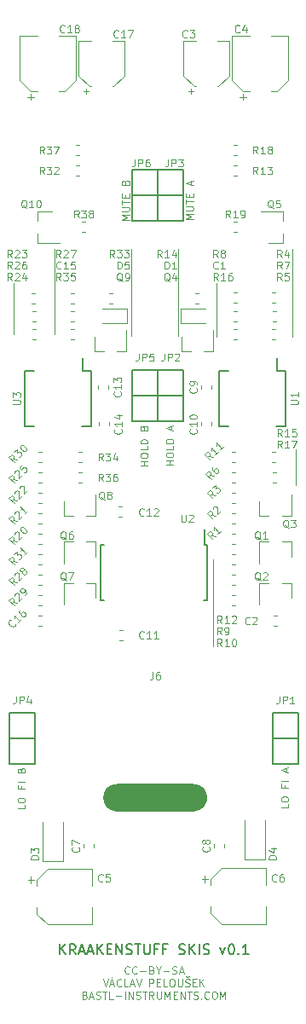
<source format=gbr>
G04 #@! TF.GenerationSoftware,KiCad,Pcbnew,(5.1.5)-2*
G04 #@! TF.CreationDate,2019-12-23T03:20:38+01:00*
G04 #@! TF.ProjectId,Skis,536b6973-2e6b-4696-9361-645f70636258,rev?*
G04 #@! TF.SameCoordinates,Original*
G04 #@! TF.FileFunction,Legend,Top*
G04 #@! TF.FilePolarity,Positive*
%FSLAX46Y46*%
G04 Gerber Fmt 4.6, Leading zero omitted, Abs format (unit mm)*
G04 Created by KiCad (PCBNEW (5.1.5)-2) date 2019-12-23 03:20:38*
%MOMM*%
%LPD*%
G04 APERTURE LIST*
%ADD10C,0.120000*%
%ADD11C,0.150000*%
%ADD12C,0.100000*%
G04 APERTURE END LIST*
D10*
X82008571Y-117259857D02*
X81972857Y-117295571D01*
X81865714Y-117331285D01*
X81794285Y-117331285D01*
X81687142Y-117295571D01*
X81615714Y-117224142D01*
X81580000Y-117152714D01*
X81544285Y-117009857D01*
X81544285Y-116902714D01*
X81580000Y-116759857D01*
X81615714Y-116688428D01*
X81687142Y-116617000D01*
X81794285Y-116581285D01*
X81865714Y-116581285D01*
X81972857Y-116617000D01*
X82008571Y-116652714D01*
X82758571Y-117259857D02*
X82722857Y-117295571D01*
X82615714Y-117331285D01*
X82544285Y-117331285D01*
X82437142Y-117295571D01*
X82365714Y-117224142D01*
X82330000Y-117152714D01*
X82294285Y-117009857D01*
X82294285Y-116902714D01*
X82330000Y-116759857D01*
X82365714Y-116688428D01*
X82437142Y-116617000D01*
X82544285Y-116581285D01*
X82615714Y-116581285D01*
X82722857Y-116617000D01*
X82758571Y-116652714D01*
X83080000Y-117045571D02*
X83651428Y-117045571D01*
X84258571Y-116938428D02*
X84365714Y-116974142D01*
X84401428Y-117009857D01*
X84437142Y-117081285D01*
X84437142Y-117188428D01*
X84401428Y-117259857D01*
X84365714Y-117295571D01*
X84294285Y-117331285D01*
X84008571Y-117331285D01*
X84008571Y-116581285D01*
X84258571Y-116581285D01*
X84330000Y-116617000D01*
X84365714Y-116652714D01*
X84401428Y-116724142D01*
X84401428Y-116795571D01*
X84365714Y-116867000D01*
X84330000Y-116902714D01*
X84258571Y-116938428D01*
X84008571Y-116938428D01*
X84901428Y-116974142D02*
X84901428Y-117331285D01*
X84651428Y-116581285D02*
X84901428Y-116974142D01*
X85151428Y-116581285D01*
X85401428Y-117045571D02*
X85972857Y-117045571D01*
X86294285Y-117295571D02*
X86401428Y-117331285D01*
X86580000Y-117331285D01*
X86651428Y-117295571D01*
X86687142Y-117259857D01*
X86722857Y-117188428D01*
X86722857Y-117117000D01*
X86687142Y-117045571D01*
X86651428Y-117009857D01*
X86580000Y-116974142D01*
X86437142Y-116938428D01*
X86365714Y-116902714D01*
X86330000Y-116867000D01*
X86294285Y-116795571D01*
X86294285Y-116724142D01*
X86330000Y-116652714D01*
X86365714Y-116617000D01*
X86437142Y-116581285D01*
X86615714Y-116581285D01*
X86722857Y-116617000D01*
X87008571Y-117117000D02*
X87365714Y-117117000D01*
X86937142Y-117331285D02*
X87187142Y-116581285D01*
X87437142Y-117331285D01*
X79401428Y-117826285D02*
X79651428Y-118576285D01*
X79901428Y-117826285D01*
X80115714Y-118362000D02*
X80472857Y-118362000D01*
X80044285Y-118576285D02*
X80294285Y-117826285D01*
X80544285Y-118576285D01*
X80365714Y-117540571D02*
X80258571Y-117647714D01*
X81222857Y-118504857D02*
X81187142Y-118540571D01*
X81080000Y-118576285D01*
X81008571Y-118576285D01*
X80901428Y-118540571D01*
X80830000Y-118469142D01*
X80794285Y-118397714D01*
X80758571Y-118254857D01*
X80758571Y-118147714D01*
X80794285Y-118004857D01*
X80830000Y-117933428D01*
X80901428Y-117862000D01*
X81008571Y-117826285D01*
X81080000Y-117826285D01*
X81187142Y-117862000D01*
X81222857Y-117897714D01*
X81901428Y-118576285D02*
X81544285Y-118576285D01*
X81544285Y-117826285D01*
X82115714Y-118362000D02*
X82472857Y-118362000D01*
X82044285Y-118576285D02*
X82294285Y-117826285D01*
X82544285Y-118576285D01*
X82687142Y-117826285D02*
X82937142Y-118576285D01*
X83187142Y-117826285D01*
X84008571Y-118576285D02*
X84008571Y-117826285D01*
X84294285Y-117826285D01*
X84365714Y-117862000D01*
X84401428Y-117897714D01*
X84437142Y-117969142D01*
X84437142Y-118076285D01*
X84401428Y-118147714D01*
X84365714Y-118183428D01*
X84294285Y-118219142D01*
X84008571Y-118219142D01*
X84758571Y-118183428D02*
X85008571Y-118183428D01*
X85115714Y-118576285D02*
X84758571Y-118576285D01*
X84758571Y-117826285D01*
X85115714Y-117826285D01*
X85794285Y-118576285D02*
X85437142Y-118576285D01*
X85437142Y-117826285D01*
X86187142Y-117826285D02*
X86330000Y-117826285D01*
X86401428Y-117862000D01*
X86472857Y-117933428D01*
X86508571Y-118076285D01*
X86508571Y-118326285D01*
X86472857Y-118469142D01*
X86401428Y-118540571D01*
X86330000Y-118576285D01*
X86187142Y-118576285D01*
X86115714Y-118540571D01*
X86044285Y-118469142D01*
X86008571Y-118326285D01*
X86008571Y-118076285D01*
X86044285Y-117933428D01*
X86115714Y-117862000D01*
X86187142Y-117826285D01*
X86830000Y-117826285D02*
X86830000Y-118433428D01*
X86865714Y-118504857D01*
X86901428Y-118540571D01*
X86972857Y-118576285D01*
X87115714Y-118576285D01*
X87187142Y-118540571D01*
X87222857Y-118504857D01*
X87258571Y-118433428D01*
X87258571Y-117826285D01*
X87580000Y-118540571D02*
X87687142Y-118576285D01*
X87865714Y-118576285D01*
X87937142Y-118540571D01*
X87972857Y-118504857D01*
X88008571Y-118433428D01*
X88008571Y-118362000D01*
X87972857Y-118290571D01*
X87937142Y-118254857D01*
X87865714Y-118219142D01*
X87722857Y-118183428D01*
X87651428Y-118147714D01*
X87615714Y-118112000D01*
X87580000Y-118040571D01*
X87580000Y-117969142D01*
X87615714Y-117897714D01*
X87651428Y-117862000D01*
X87722857Y-117826285D01*
X87901428Y-117826285D01*
X88008571Y-117862000D01*
X87651428Y-117540571D02*
X87794285Y-117647714D01*
X87937142Y-117540571D01*
X88330000Y-118183428D02*
X88580000Y-118183428D01*
X88687142Y-118576285D02*
X88330000Y-118576285D01*
X88330000Y-117826285D01*
X88687142Y-117826285D01*
X89008571Y-118576285D02*
X89008571Y-117826285D01*
X89437142Y-118576285D02*
X89115714Y-118147714D01*
X89437142Y-117826285D02*
X89008571Y-118254857D01*
X77615714Y-119428428D02*
X77722857Y-119464142D01*
X77758571Y-119499857D01*
X77794285Y-119571285D01*
X77794285Y-119678428D01*
X77758571Y-119749857D01*
X77722857Y-119785571D01*
X77651428Y-119821285D01*
X77365714Y-119821285D01*
X77365714Y-119071285D01*
X77615714Y-119071285D01*
X77687142Y-119107000D01*
X77722857Y-119142714D01*
X77758571Y-119214142D01*
X77758571Y-119285571D01*
X77722857Y-119357000D01*
X77687142Y-119392714D01*
X77615714Y-119428428D01*
X77365714Y-119428428D01*
X78080000Y-119607000D02*
X78437142Y-119607000D01*
X78008571Y-119821285D02*
X78258571Y-119071285D01*
X78508571Y-119821285D01*
X78722857Y-119785571D02*
X78830000Y-119821285D01*
X79008571Y-119821285D01*
X79080000Y-119785571D01*
X79115714Y-119749857D01*
X79151428Y-119678428D01*
X79151428Y-119607000D01*
X79115714Y-119535571D01*
X79080000Y-119499857D01*
X79008571Y-119464142D01*
X78865714Y-119428428D01*
X78794285Y-119392714D01*
X78758571Y-119357000D01*
X78722857Y-119285571D01*
X78722857Y-119214142D01*
X78758571Y-119142714D01*
X78794285Y-119107000D01*
X78865714Y-119071285D01*
X79044285Y-119071285D01*
X79151428Y-119107000D01*
X79365714Y-119071285D02*
X79794285Y-119071285D01*
X79580000Y-119821285D02*
X79580000Y-119071285D01*
X80401428Y-119821285D02*
X80044285Y-119821285D01*
X80044285Y-119071285D01*
X80651428Y-119535571D02*
X81222857Y-119535571D01*
X81580000Y-119821285D02*
X81580000Y-119071285D01*
X81937142Y-119821285D02*
X81937142Y-119071285D01*
X82365714Y-119821285D01*
X82365714Y-119071285D01*
X82687142Y-119785571D02*
X82794285Y-119821285D01*
X82972857Y-119821285D01*
X83044285Y-119785571D01*
X83080000Y-119749857D01*
X83115714Y-119678428D01*
X83115714Y-119607000D01*
X83080000Y-119535571D01*
X83044285Y-119499857D01*
X82972857Y-119464142D01*
X82830000Y-119428428D01*
X82758571Y-119392714D01*
X82722857Y-119357000D01*
X82687142Y-119285571D01*
X82687142Y-119214142D01*
X82722857Y-119142714D01*
X82758571Y-119107000D01*
X82830000Y-119071285D01*
X83008571Y-119071285D01*
X83115714Y-119107000D01*
X83330000Y-119071285D02*
X83758571Y-119071285D01*
X83544285Y-119821285D02*
X83544285Y-119071285D01*
X84437142Y-119821285D02*
X84187142Y-119464142D01*
X84008571Y-119821285D02*
X84008571Y-119071285D01*
X84294285Y-119071285D01*
X84365714Y-119107000D01*
X84401428Y-119142714D01*
X84437142Y-119214142D01*
X84437142Y-119321285D01*
X84401428Y-119392714D01*
X84365714Y-119428428D01*
X84294285Y-119464142D01*
X84008571Y-119464142D01*
X84758571Y-119071285D02*
X84758571Y-119678428D01*
X84794285Y-119749857D01*
X84830000Y-119785571D01*
X84901428Y-119821285D01*
X85044285Y-119821285D01*
X85115714Y-119785571D01*
X85151428Y-119749857D01*
X85187142Y-119678428D01*
X85187142Y-119071285D01*
X85544285Y-119821285D02*
X85544285Y-119071285D01*
X85794285Y-119607000D01*
X86044285Y-119071285D01*
X86044285Y-119821285D01*
X86401428Y-119428428D02*
X86651428Y-119428428D01*
X86758571Y-119821285D02*
X86401428Y-119821285D01*
X86401428Y-119071285D01*
X86758571Y-119071285D01*
X87080000Y-119821285D02*
X87080000Y-119071285D01*
X87508571Y-119821285D01*
X87508571Y-119071285D01*
X87758571Y-119071285D02*
X88187142Y-119071285D01*
X87972857Y-119821285D02*
X87972857Y-119071285D01*
X88401428Y-119785571D02*
X88508571Y-119821285D01*
X88687142Y-119821285D01*
X88758571Y-119785571D01*
X88794285Y-119749857D01*
X88830000Y-119678428D01*
X88830000Y-119607000D01*
X88794285Y-119535571D01*
X88758571Y-119499857D01*
X88687142Y-119464142D01*
X88544285Y-119428428D01*
X88472857Y-119392714D01*
X88437142Y-119357000D01*
X88401428Y-119285571D01*
X88401428Y-119214142D01*
X88437142Y-119142714D01*
X88472857Y-119107000D01*
X88544285Y-119071285D01*
X88722857Y-119071285D01*
X88830000Y-119107000D01*
X89151428Y-119749857D02*
X89187142Y-119785571D01*
X89151428Y-119821285D01*
X89115714Y-119785571D01*
X89151428Y-119749857D01*
X89151428Y-119821285D01*
X89937142Y-119749857D02*
X89901428Y-119785571D01*
X89794285Y-119821285D01*
X89722857Y-119821285D01*
X89615714Y-119785571D01*
X89544285Y-119714142D01*
X89508571Y-119642714D01*
X89472857Y-119499857D01*
X89472857Y-119392714D01*
X89508571Y-119249857D01*
X89544285Y-119178428D01*
X89615714Y-119107000D01*
X89722857Y-119071285D01*
X89794285Y-119071285D01*
X89901428Y-119107000D01*
X89937142Y-119142714D01*
X90401428Y-119071285D02*
X90544285Y-119071285D01*
X90615714Y-119107000D01*
X90687142Y-119178428D01*
X90722857Y-119321285D01*
X90722857Y-119571285D01*
X90687142Y-119714142D01*
X90615714Y-119785571D01*
X90544285Y-119821285D01*
X90401428Y-119821285D01*
X90330000Y-119785571D01*
X90258571Y-119714142D01*
X90222857Y-119571285D01*
X90222857Y-119321285D01*
X90258571Y-119178428D01*
X90330000Y-119107000D01*
X90401428Y-119071285D01*
X91044285Y-119821285D02*
X91044285Y-119071285D01*
X91294285Y-119607000D01*
X91544285Y-119071285D01*
X91544285Y-119821285D01*
D11*
X75097857Y-115387380D02*
X75097857Y-114387380D01*
X75669285Y-115387380D02*
X75240714Y-114815952D01*
X75669285Y-114387380D02*
X75097857Y-114958809D01*
X76669285Y-115387380D02*
X76335952Y-114911190D01*
X76097857Y-115387380D02*
X76097857Y-114387380D01*
X76478809Y-114387380D01*
X76574047Y-114435000D01*
X76621666Y-114482619D01*
X76669285Y-114577857D01*
X76669285Y-114720714D01*
X76621666Y-114815952D01*
X76574047Y-114863571D01*
X76478809Y-114911190D01*
X76097857Y-114911190D01*
X77050238Y-115101666D02*
X77526428Y-115101666D01*
X76955000Y-115387380D02*
X77288333Y-114387380D01*
X77621666Y-115387380D01*
X77907380Y-115101666D02*
X78383571Y-115101666D01*
X77812142Y-115387380D02*
X78145476Y-114387380D01*
X78478809Y-115387380D01*
X78812142Y-115387380D02*
X78812142Y-114387380D01*
X79383571Y-115387380D02*
X78955000Y-114815952D01*
X79383571Y-114387380D02*
X78812142Y-114958809D01*
X79812142Y-114863571D02*
X80145476Y-114863571D01*
X80288333Y-115387380D02*
X79812142Y-115387380D01*
X79812142Y-114387380D01*
X80288333Y-114387380D01*
X80716904Y-115387380D02*
X80716904Y-114387380D01*
X81288333Y-115387380D01*
X81288333Y-114387380D01*
X81716904Y-115339761D02*
X81859761Y-115387380D01*
X82097857Y-115387380D01*
X82193095Y-115339761D01*
X82240714Y-115292142D01*
X82288333Y-115196904D01*
X82288333Y-115101666D01*
X82240714Y-115006428D01*
X82193095Y-114958809D01*
X82097857Y-114911190D01*
X81907380Y-114863571D01*
X81812142Y-114815952D01*
X81764523Y-114768333D01*
X81716904Y-114673095D01*
X81716904Y-114577857D01*
X81764523Y-114482619D01*
X81812142Y-114435000D01*
X81907380Y-114387380D01*
X82145476Y-114387380D01*
X82288333Y-114435000D01*
X82574047Y-114387380D02*
X83145476Y-114387380D01*
X82859761Y-115387380D02*
X82859761Y-114387380D01*
X83478809Y-114387380D02*
X83478809Y-115196904D01*
X83526428Y-115292142D01*
X83574047Y-115339761D01*
X83669285Y-115387380D01*
X83859761Y-115387380D01*
X83955000Y-115339761D01*
X84002619Y-115292142D01*
X84050238Y-115196904D01*
X84050238Y-114387380D01*
X84859761Y-114863571D02*
X84526428Y-114863571D01*
X84526428Y-115387380D02*
X84526428Y-114387380D01*
X85002619Y-114387380D01*
X85716904Y-114863571D02*
X85383571Y-114863571D01*
X85383571Y-115387380D02*
X85383571Y-114387380D01*
X85859761Y-114387380D01*
X86955000Y-115339761D02*
X87097857Y-115387380D01*
X87335952Y-115387380D01*
X87431190Y-115339761D01*
X87478809Y-115292142D01*
X87526428Y-115196904D01*
X87526428Y-115101666D01*
X87478809Y-115006428D01*
X87431190Y-114958809D01*
X87335952Y-114911190D01*
X87145476Y-114863571D01*
X87050238Y-114815952D01*
X87002619Y-114768333D01*
X86955000Y-114673095D01*
X86955000Y-114577857D01*
X87002619Y-114482619D01*
X87050238Y-114435000D01*
X87145476Y-114387380D01*
X87383571Y-114387380D01*
X87526428Y-114435000D01*
X87955000Y-115387380D02*
X87955000Y-114387380D01*
X88526428Y-115387380D02*
X88097857Y-114815952D01*
X88526428Y-114387380D02*
X87955000Y-114958809D01*
X88955000Y-115387380D02*
X88955000Y-114387380D01*
X89383571Y-115339761D02*
X89526428Y-115387380D01*
X89764523Y-115387380D01*
X89859761Y-115339761D01*
X89907380Y-115292142D01*
X89955000Y-115196904D01*
X89955000Y-115101666D01*
X89907380Y-115006428D01*
X89859761Y-114958809D01*
X89764523Y-114911190D01*
X89574047Y-114863571D01*
X89478809Y-114815952D01*
X89431190Y-114768333D01*
X89383571Y-114673095D01*
X89383571Y-114577857D01*
X89431190Y-114482619D01*
X89478809Y-114435000D01*
X89574047Y-114387380D01*
X89812142Y-114387380D01*
X89955000Y-114435000D01*
X91050238Y-114720714D02*
X91288333Y-115387380D01*
X91526428Y-114720714D01*
X92097857Y-114387380D02*
X92193095Y-114387380D01*
X92288333Y-114435000D01*
X92335952Y-114482619D01*
X92383571Y-114577857D01*
X92431190Y-114768333D01*
X92431190Y-115006428D01*
X92383571Y-115196904D01*
X92335952Y-115292142D01*
X92288333Y-115339761D01*
X92193095Y-115387380D01*
X92097857Y-115387380D01*
X92002619Y-115339761D01*
X91955000Y-115292142D01*
X91907380Y-115196904D01*
X91859761Y-115006428D01*
X91859761Y-114768333D01*
X91907380Y-114577857D01*
X91955000Y-114482619D01*
X92002619Y-114435000D01*
X92097857Y-114387380D01*
X92859761Y-115292142D02*
X92907380Y-115339761D01*
X92859761Y-115387380D01*
X92812142Y-115339761D01*
X92859761Y-115292142D01*
X92859761Y-115387380D01*
X93859761Y-115387380D02*
X93288333Y-115387380D01*
X93574047Y-115387380D02*
X93574047Y-114387380D01*
X93478809Y-114530238D01*
X93383571Y-114625476D01*
X93288333Y-114673095D01*
D10*
X97822785Y-100433000D02*
X97822785Y-100790143D01*
X97072785Y-100790143D01*
X97072785Y-100040143D02*
X97072785Y-99897286D01*
X97108500Y-99825857D01*
X97179928Y-99754429D01*
X97322785Y-99718714D01*
X97572785Y-99718714D01*
X97715642Y-99754429D01*
X97787071Y-99825857D01*
X97822785Y-99897286D01*
X97822785Y-100040143D01*
X97787071Y-100111571D01*
X97715642Y-100183000D01*
X97572785Y-100218714D01*
X97322785Y-100218714D01*
X97179928Y-100183000D01*
X97108500Y-100111571D01*
X97072785Y-100040143D01*
X97429928Y-98575857D02*
X97429928Y-98825857D01*
X97822785Y-98825857D02*
X97072785Y-98825857D01*
X97072785Y-98468714D01*
X97822785Y-98183000D02*
X97072785Y-98183000D01*
X97608500Y-97290143D02*
X97608500Y-96933000D01*
X97822785Y-97361571D02*
X97072785Y-97111571D01*
X97822785Y-96861571D01*
X71660785Y-100540142D02*
X71660785Y-100897285D01*
X70910785Y-100897285D01*
X70910785Y-100147285D02*
X70910785Y-100004428D01*
X70946500Y-99933000D01*
X71017928Y-99861571D01*
X71160785Y-99825857D01*
X71410785Y-99825857D01*
X71553642Y-99861571D01*
X71625071Y-99933000D01*
X71660785Y-100004428D01*
X71660785Y-100147285D01*
X71625071Y-100218714D01*
X71553642Y-100290142D01*
X71410785Y-100325857D01*
X71160785Y-100325857D01*
X71017928Y-100290142D01*
X70946500Y-100218714D01*
X70910785Y-100147285D01*
X71267928Y-98683000D02*
X71267928Y-98933000D01*
X71660785Y-98933000D02*
X70910785Y-98933000D01*
X70910785Y-98575857D01*
X71660785Y-98290142D02*
X70910785Y-98290142D01*
X71267928Y-97111571D02*
X71303642Y-97004428D01*
X71339357Y-96968714D01*
X71410785Y-96933000D01*
X71517928Y-96933000D01*
X71589357Y-96968714D01*
X71625071Y-97004428D01*
X71660785Y-97075857D01*
X71660785Y-97361571D01*
X70910785Y-97361571D01*
X70910785Y-97111571D01*
X70946500Y-97040142D01*
X70982214Y-97004428D01*
X71053642Y-96968714D01*
X71125071Y-96968714D01*
X71196500Y-97004428D01*
X71232214Y-97040142D01*
X71267928Y-97111571D01*
X71267928Y-97361571D01*
X83852785Y-66843428D02*
X83102785Y-66843428D01*
X83459928Y-66843428D02*
X83459928Y-66414857D01*
X83852785Y-66414857D02*
X83102785Y-66414857D01*
X83102785Y-65914857D02*
X83102785Y-65772000D01*
X83138500Y-65700571D01*
X83209928Y-65629142D01*
X83352785Y-65593428D01*
X83602785Y-65593428D01*
X83745642Y-65629142D01*
X83817071Y-65700571D01*
X83852785Y-65772000D01*
X83852785Y-65914857D01*
X83817071Y-65986285D01*
X83745642Y-66057714D01*
X83602785Y-66093428D01*
X83352785Y-66093428D01*
X83209928Y-66057714D01*
X83138500Y-65986285D01*
X83102785Y-65914857D01*
X83852785Y-64914857D02*
X83852785Y-65272000D01*
X83102785Y-65272000D01*
X83852785Y-64664857D02*
X83102785Y-64664857D01*
X83102785Y-64486285D01*
X83138500Y-64379142D01*
X83209928Y-64307714D01*
X83281357Y-64272000D01*
X83424214Y-64236285D01*
X83531357Y-64236285D01*
X83674214Y-64272000D01*
X83745642Y-64307714D01*
X83817071Y-64379142D01*
X83852785Y-64486285D01*
X83852785Y-64664857D01*
X83459928Y-63093428D02*
X83495642Y-62986285D01*
X83531357Y-62950571D01*
X83602785Y-62914857D01*
X83709928Y-62914857D01*
X83781357Y-62950571D01*
X83817071Y-62986285D01*
X83852785Y-63057714D01*
X83852785Y-63343428D01*
X83102785Y-63343428D01*
X83102785Y-63093428D01*
X83138500Y-63022000D01*
X83174214Y-62986285D01*
X83245642Y-62950571D01*
X83317071Y-62950571D01*
X83388500Y-62986285D01*
X83424214Y-63022000D01*
X83459928Y-63093428D01*
X83459928Y-63343428D01*
X86392785Y-66789857D02*
X85642785Y-66789857D01*
X85999928Y-66789857D02*
X85999928Y-66361285D01*
X86392785Y-66361285D02*
X85642785Y-66361285D01*
X85642785Y-65861285D02*
X85642785Y-65718428D01*
X85678500Y-65647000D01*
X85749928Y-65575571D01*
X85892785Y-65539857D01*
X86142785Y-65539857D01*
X86285642Y-65575571D01*
X86357071Y-65647000D01*
X86392785Y-65718428D01*
X86392785Y-65861285D01*
X86357071Y-65932714D01*
X86285642Y-66004142D01*
X86142785Y-66039857D01*
X85892785Y-66039857D01*
X85749928Y-66004142D01*
X85678500Y-65932714D01*
X85642785Y-65861285D01*
X86392785Y-64861285D02*
X86392785Y-65218428D01*
X85642785Y-65218428D01*
X86392785Y-64611285D02*
X85642785Y-64611285D01*
X85642785Y-64432714D01*
X85678500Y-64325571D01*
X85749928Y-64254142D01*
X85821357Y-64218428D01*
X85964214Y-64182714D01*
X86071357Y-64182714D01*
X86214214Y-64218428D01*
X86285642Y-64254142D01*
X86357071Y-64325571D01*
X86392785Y-64432714D01*
X86392785Y-64611285D01*
X86178500Y-63325571D02*
X86178500Y-62968428D01*
X86392785Y-63397000D02*
X85642785Y-63147000D01*
X86392785Y-62897000D01*
X88350285Y-42388000D02*
X87600285Y-42388000D01*
X88136000Y-42138000D01*
X87600285Y-41888000D01*
X88350285Y-41888000D01*
X87600285Y-41530857D02*
X88207428Y-41530857D01*
X88278857Y-41495142D01*
X88314571Y-41459428D01*
X88350285Y-41388000D01*
X88350285Y-41245142D01*
X88314571Y-41173714D01*
X88278857Y-41138000D01*
X88207428Y-41102285D01*
X87600285Y-41102285D01*
X87600285Y-40852285D02*
X87600285Y-40423714D01*
X88350285Y-40638000D02*
X87600285Y-40638000D01*
X87957428Y-40173714D02*
X87957428Y-39923714D01*
X88350285Y-39816571D02*
X88350285Y-40173714D01*
X87600285Y-40173714D01*
X87600285Y-39816571D01*
X88136000Y-38959428D02*
X88136000Y-38602285D01*
X88350285Y-39030857D02*
X87600285Y-38780857D01*
X88350285Y-38530857D01*
X82000285Y-42441571D02*
X81250285Y-42441571D01*
X81786000Y-42191571D01*
X81250285Y-41941571D01*
X82000285Y-41941571D01*
X81250285Y-41584428D02*
X81857428Y-41584428D01*
X81928857Y-41548714D01*
X81964571Y-41513000D01*
X82000285Y-41441571D01*
X82000285Y-41298714D01*
X81964571Y-41227285D01*
X81928857Y-41191571D01*
X81857428Y-41155857D01*
X81250285Y-41155857D01*
X81250285Y-40905857D02*
X81250285Y-40477285D01*
X82000285Y-40691571D02*
X81250285Y-40691571D01*
X81607428Y-40227285D02*
X81607428Y-39977285D01*
X82000285Y-39870142D02*
X82000285Y-40227285D01*
X81250285Y-40227285D01*
X81250285Y-39870142D01*
X81607428Y-38727285D02*
X81643142Y-38620142D01*
X81678857Y-38584428D01*
X81750285Y-38548714D01*
X81857428Y-38548714D01*
X81928857Y-38584428D01*
X81964571Y-38620142D01*
X82000285Y-38691571D01*
X82000285Y-38977285D01*
X81250285Y-38977285D01*
X81250285Y-38727285D01*
X81286000Y-38655857D01*
X81321714Y-38620142D01*
X81393142Y-38584428D01*
X81464571Y-38584428D01*
X81536000Y-38620142D01*
X81571714Y-38655857D01*
X81607428Y-38727285D01*
X81607428Y-38977285D01*
X98552000Y-65278000D02*
X98552000Y-68834000D01*
X90297000Y-76200000D02*
X90297000Y-84836000D01*
X98171000Y-45339000D02*
X98171000Y-54102000D01*
X90678000Y-54102000D02*
X90678000Y-48768000D01*
X86868000Y-45339000D02*
X86868000Y-53975000D01*
X82169000Y-45339000D02*
X82169000Y-53975000D01*
X74549000Y-45339000D02*
X74549000Y-53848000D01*
X70485000Y-48768000D02*
X70485000Y-53848000D01*
X92348233Y-52516500D02*
X92690767Y-52516500D01*
X92348233Y-51496500D02*
X92690767Y-51496500D01*
X96348733Y-81786000D02*
X96691267Y-81786000D01*
X96348733Y-82806000D02*
X96691267Y-82806000D01*
X87852000Y-29674000D02*
X88352000Y-29674000D01*
X88102000Y-29924000D02*
X88102000Y-29424000D01*
X90857563Y-29184000D02*
X91922000Y-28119563D01*
X88466437Y-29184000D02*
X87402000Y-28119563D01*
X88466437Y-29184000D02*
X88602000Y-29184000D01*
X90857563Y-29184000D02*
X90722000Y-29184000D01*
X91922000Y-28119563D02*
X91922000Y-24664000D01*
X87402000Y-28119563D02*
X87402000Y-24664000D01*
X87402000Y-24664000D02*
X88602000Y-24664000D01*
X91922000Y-24664000D02*
X90722000Y-24664000D01*
X92998500Y-30236500D02*
X93623500Y-30236500D01*
X93311000Y-30549000D02*
X93311000Y-29924000D01*
X96691563Y-29684000D02*
X97756000Y-28619563D01*
X93300437Y-29684000D02*
X92236000Y-28619563D01*
X93300437Y-29684000D02*
X93936000Y-29684000D01*
X96691563Y-29684000D02*
X96056000Y-29684000D01*
X97756000Y-28619563D02*
X97756000Y-24164000D01*
X92236000Y-28619563D02*
X92236000Y-24164000D01*
X92236000Y-24164000D02*
X93936000Y-24164000D01*
X97756000Y-24164000D02*
X96056000Y-24164000D01*
X78325000Y-112424500D02*
X78325000Y-110724500D01*
X78325000Y-106904500D02*
X78325000Y-108604500D01*
X73869437Y-106904500D02*
X78325000Y-106904500D01*
X73869437Y-112424500D02*
X78325000Y-112424500D01*
X72805000Y-111360063D02*
X72805000Y-110724500D01*
X72805000Y-107968937D02*
X72805000Y-108604500D01*
X72805000Y-107968937D02*
X73869437Y-106904500D01*
X72805000Y-111360063D02*
X73869437Y-112424500D01*
X71940000Y-107979500D02*
X72565000Y-107979500D01*
X72252500Y-107667000D02*
X72252500Y-108292000D01*
X89524500Y-107603500D02*
X89524500Y-108228500D01*
X89212000Y-107916000D02*
X89837000Y-107916000D01*
X90077000Y-111296563D02*
X91141437Y-112361000D01*
X90077000Y-107905437D02*
X91141437Y-106841000D01*
X90077000Y-107905437D02*
X90077000Y-108541000D01*
X90077000Y-111296563D02*
X90077000Y-110661000D01*
X91141437Y-112361000D02*
X95597000Y-112361000D01*
X91141437Y-106841000D02*
X95597000Y-106841000D01*
X95597000Y-106841000D02*
X95597000Y-108541000D01*
X95597000Y-112361000D02*
X95597000Y-110661000D01*
X78488000Y-104805267D02*
X78488000Y-104462733D01*
X77468000Y-104805267D02*
X77468000Y-104462733D01*
X90422000Y-104755767D02*
X90422000Y-104413233D01*
X91442000Y-104755767D02*
X91442000Y-104413233D01*
X90172000Y-58869733D02*
X90172000Y-59212267D01*
X89152000Y-58869733D02*
X89152000Y-59212267D01*
X89152000Y-62566733D02*
X89152000Y-62909267D01*
X90172000Y-62566733D02*
X90172000Y-62909267D01*
X81373767Y-84203000D02*
X81031233Y-84203000D01*
X81373767Y-83183000D02*
X81031233Y-83183000D01*
X80932233Y-71947500D02*
X81274767Y-71947500D01*
X80932233Y-70927500D02*
X81274767Y-70927500D01*
X73422000Y-106136000D02*
X75422000Y-106136000D01*
X75422000Y-106136000D02*
X75422000Y-102236000D01*
X73422000Y-106136000D02*
X73422000Y-102236000D01*
X93488000Y-105946500D02*
X93488000Y-102046500D01*
X95488000Y-105946500D02*
X95488000Y-102046500D01*
X93488000Y-105946500D02*
X95488000Y-105946500D01*
D12*
G36*
X88422480Y-101107240D02*
G01*
X80655160Y-101107240D01*
X79989680Y-100822760D01*
X79557880Y-100258880D01*
X79507080Y-99588320D01*
X79852520Y-98968560D01*
X80314800Y-98612960D01*
X80888840Y-98562160D01*
X88610440Y-98572320D01*
X89154000Y-98806000D01*
X89590880Y-99369880D01*
X89656920Y-100015040D01*
X89423240Y-100584000D01*
X88920320Y-100980240D01*
X88397080Y-101107240D01*
X88422480Y-101107240D01*
G37*
X88422480Y-101107240D02*
X80655160Y-101107240D01*
X79989680Y-100822760D01*
X79557880Y-100258880D01*
X79507080Y-99588320D01*
X79852520Y-98968560D01*
X80314800Y-98612960D01*
X80888840Y-98562160D01*
X88610440Y-98572320D01*
X89154000Y-98806000D01*
X89590880Y-99369880D01*
X89656920Y-100015040D01*
X89423240Y-100584000D01*
X88920320Y-100980240D01*
X88397080Y-101107240D01*
X88422480Y-101107240D01*
D11*
X88392000Y-98552000D02*
G75*
G02X88392000Y-101092000I0J-1270000D01*
G01*
X80772000Y-101092000D02*
G75*
G02X80772000Y-98552000I0J1270000D01*
G01*
X80772000Y-98552000D02*
X88392000Y-98552000D01*
X88392000Y-101092000D02*
X80772000Y-101092000D01*
X96266000Y-93980000D02*
X98806000Y-93980000D01*
X96266000Y-96520000D02*
X96266000Y-91440000D01*
X98806000Y-96520000D02*
X96266000Y-96520000D01*
X98806000Y-91440000D02*
X98806000Y-96520000D01*
X96266000Y-91440000D02*
X98806000Y-91440000D01*
X84836000Y-57404000D02*
X87376000Y-57404000D01*
X87376000Y-57404000D02*
X87376000Y-62484000D01*
X87376000Y-62484000D02*
X84836000Y-62484000D01*
X84836000Y-62484000D02*
X84836000Y-57404000D01*
X84836000Y-59944000D02*
X87376000Y-59944000D01*
X87376000Y-42545000D02*
X84836000Y-42545000D01*
X84836000Y-42545000D02*
X84836000Y-37465000D01*
X84836000Y-37465000D02*
X87376000Y-37465000D01*
X87376000Y-37465000D02*
X87376000Y-42545000D01*
X87376000Y-40005000D02*
X84836000Y-40005000D01*
D10*
X98100000Y-74424000D02*
X98100000Y-75884000D01*
X94940000Y-74424000D02*
X94940000Y-76584000D01*
X94940000Y-74424000D02*
X95870000Y-74424000D01*
X98100000Y-74424000D02*
X97170000Y-74424000D01*
X98100000Y-78504000D02*
X97170000Y-78504000D01*
X94940000Y-78504000D02*
X95870000Y-78504000D01*
X94940000Y-78504000D02*
X94940000Y-80664000D01*
X98100000Y-78504000D02*
X98100000Y-79964000D01*
X94940000Y-71880000D02*
X94940000Y-70420000D01*
X98100000Y-71880000D02*
X98100000Y-69720000D01*
X98100000Y-71880000D02*
X97170000Y-71880000D01*
X94940000Y-71880000D02*
X95870000Y-71880000D01*
X87190500Y-55544500D02*
X87190500Y-54084500D01*
X90350500Y-55544500D02*
X90350500Y-53384500D01*
X90350500Y-55544500D02*
X89420500Y-55544500D01*
X87190500Y-55544500D02*
X88120500Y-55544500D01*
X97280000Y-44760000D02*
X97280000Y-43830000D01*
X97280000Y-41600000D02*
X97280000Y-42530000D01*
X97280000Y-41600000D02*
X95120000Y-41600000D01*
X97280000Y-44760000D02*
X95820000Y-44760000D01*
X92171733Y-73658000D02*
X92514267Y-73658000D01*
X92171733Y-74678000D02*
X92514267Y-74678000D01*
X92514267Y-72646000D02*
X92171733Y-72646000D01*
X92514267Y-71626000D02*
X92171733Y-71626000D01*
X92171733Y-69594000D02*
X92514267Y-69594000D01*
X92171733Y-70614000D02*
X92514267Y-70614000D01*
X96550267Y-50675000D02*
X96207733Y-50675000D01*
X96550267Y-49655000D02*
X96207733Y-49655000D01*
X96550267Y-53338000D02*
X96207733Y-53338000D01*
X96550267Y-54358000D02*
X96207733Y-54358000D01*
X92514267Y-68582000D02*
X92171733Y-68582000D01*
X92514267Y-67562000D02*
X92171733Y-67562000D01*
X96235733Y-51496500D02*
X96578267Y-51496500D01*
X96235733Y-52516500D02*
X96578267Y-52516500D01*
X92704767Y-49655000D02*
X92362233Y-49655000D01*
X92704767Y-50675000D02*
X92362233Y-50675000D01*
X92514267Y-77722000D02*
X92171733Y-77722000D01*
X92514267Y-78742000D02*
X92171733Y-78742000D01*
X92514267Y-80774000D02*
X92171733Y-80774000D01*
X92514267Y-79754000D02*
X92171733Y-79754000D01*
X92514267Y-65530000D02*
X92171733Y-65530000D01*
X92514267Y-66550000D02*
X92171733Y-66550000D01*
X92514267Y-75690000D02*
X92171733Y-75690000D01*
X92514267Y-76710000D02*
X92171733Y-76710000D01*
X92362233Y-38102000D02*
X92704767Y-38102000D01*
X92362233Y-37082000D02*
X92704767Y-37082000D01*
X88930267Y-49718500D02*
X88587733Y-49718500D01*
X88930267Y-50738500D02*
X88587733Y-50738500D01*
X96207733Y-65530000D02*
X96550267Y-65530000D01*
X96207733Y-66550000D02*
X96550267Y-66550000D01*
X92690767Y-53338000D02*
X92348233Y-53338000D01*
X92690767Y-54358000D02*
X92348233Y-54358000D01*
X96221733Y-68582000D02*
X96564267Y-68582000D01*
X96221733Y-67562000D02*
X96564267Y-67562000D01*
X92704767Y-35050000D02*
X92362233Y-35050000D01*
X92704767Y-36070000D02*
X92362233Y-36070000D01*
X92704767Y-43690000D02*
X92362233Y-43690000D01*
X92704767Y-42670000D02*
X92362233Y-42670000D01*
D11*
X96709000Y-57423000D02*
X96709000Y-56148000D01*
X90959000Y-57423000D02*
X90959000Y-62973000D01*
X97509000Y-57423000D02*
X97509000Y-62973000D01*
X90959000Y-57423000D02*
X91859000Y-57423000D01*
X90959000Y-62973000D02*
X91859000Y-62973000D01*
X97509000Y-62973000D02*
X96609000Y-62973000D01*
X97509000Y-57423000D02*
X96709000Y-57423000D01*
X89455000Y-74695000D02*
X89455000Y-73170000D01*
X79180000Y-74695000D02*
X79180000Y-80245000D01*
X89730000Y-74695000D02*
X89730000Y-80245000D01*
X79180000Y-74695000D02*
X79535000Y-74695000D01*
X79180000Y-80245000D02*
X79535000Y-80245000D01*
X89730000Y-80245000D02*
X89375000Y-80245000D01*
X89730000Y-74695000D02*
X89455000Y-74695000D01*
D10*
X78928500Y-58869733D02*
X78928500Y-59212267D01*
X79948500Y-58869733D02*
X79948500Y-59212267D01*
X78992000Y-62566733D02*
X78992000Y-62909267D01*
X80012000Y-62566733D02*
X80012000Y-62909267D01*
X76155733Y-51496500D02*
X76498267Y-51496500D01*
X76155733Y-52516500D02*
X76498267Y-52516500D01*
X72980733Y-81786000D02*
X73323267Y-81786000D01*
X72980733Y-82806000D02*
X73323267Y-82806000D01*
X77438000Y-29674000D02*
X77938000Y-29674000D01*
X77688000Y-29924000D02*
X77688000Y-29424000D01*
X80443563Y-29184000D02*
X81508000Y-28119563D01*
X78052437Y-29184000D02*
X76988000Y-28119563D01*
X78052437Y-29184000D02*
X78188000Y-29184000D01*
X80443563Y-29184000D02*
X80308000Y-29184000D01*
X81508000Y-28119563D02*
X81508000Y-24664000D01*
X76988000Y-28119563D02*
X76988000Y-24664000D01*
X76988000Y-24664000D02*
X78188000Y-24664000D01*
X81508000Y-24664000D02*
X80308000Y-24664000D01*
X71916500Y-30236500D02*
X72541500Y-30236500D01*
X72229000Y-30549000D02*
X72229000Y-29924000D01*
X75609563Y-29684000D02*
X76674000Y-28619563D01*
X72218437Y-29684000D02*
X71154000Y-28619563D01*
X72218437Y-29684000D02*
X72854000Y-29684000D01*
X75609563Y-29684000D02*
X74974000Y-29684000D01*
X76674000Y-28619563D02*
X76674000Y-24164000D01*
X71154000Y-28619563D02*
X71154000Y-24164000D01*
X71154000Y-24164000D02*
X72854000Y-24164000D01*
X76674000Y-24164000D02*
X74974000Y-24164000D01*
D11*
X70104000Y-91440000D02*
X72644000Y-91440000D01*
X72644000Y-91440000D02*
X72644000Y-96520000D01*
X72644000Y-96520000D02*
X70104000Y-96520000D01*
X70104000Y-96520000D02*
X70104000Y-91440000D01*
X70104000Y-93980000D02*
X72644000Y-93980000D01*
X82296000Y-57404000D02*
X84836000Y-57404000D01*
X84836000Y-57404000D02*
X84836000Y-62484000D01*
X84836000Y-62484000D02*
X82296000Y-62484000D01*
X82296000Y-62484000D02*
X82296000Y-57404000D01*
X82296000Y-59944000D02*
X84836000Y-59944000D01*
X82296000Y-40005000D02*
X84836000Y-40005000D01*
X82296000Y-42545000D02*
X82296000Y-37465000D01*
X84836000Y-42545000D02*
X82296000Y-42545000D01*
X84836000Y-37465000D02*
X84836000Y-42545000D01*
X82296000Y-37465000D02*
X84836000Y-37465000D01*
D10*
X78669000Y-74424000D02*
X78669000Y-75884000D01*
X75509000Y-74424000D02*
X75509000Y-76584000D01*
X75509000Y-74424000D02*
X76439000Y-74424000D01*
X78669000Y-74424000D02*
X77739000Y-74424000D01*
X78669000Y-78504000D02*
X77739000Y-78504000D01*
X75509000Y-78504000D02*
X76439000Y-78504000D01*
X75509000Y-78504000D02*
X75509000Y-80664000D01*
X78669000Y-78504000D02*
X78669000Y-79964000D01*
X75509000Y-71880000D02*
X75509000Y-70420000D01*
X78669000Y-71880000D02*
X78669000Y-69720000D01*
X78669000Y-71880000D02*
X77739000Y-71880000D01*
X75509000Y-71880000D02*
X76439000Y-71880000D01*
X78557000Y-55544500D02*
X78557000Y-54084500D01*
X81717000Y-55544500D02*
X81717000Y-53384500D01*
X81717000Y-55544500D02*
X80787000Y-55544500D01*
X78557000Y-55544500D02*
X79487000Y-55544500D01*
X72900000Y-41600000D02*
X72900000Y-42530000D01*
X72900000Y-44760000D02*
X72900000Y-43830000D01*
X72900000Y-44760000D02*
X75060000Y-44760000D01*
X72900000Y-41600000D02*
X74360000Y-41600000D01*
X72980733Y-73658000D02*
X73323267Y-73658000D01*
X72980733Y-74678000D02*
X73323267Y-74678000D01*
X72980733Y-71626000D02*
X73323267Y-71626000D01*
X72980733Y-72646000D02*
X73323267Y-72646000D01*
X72966733Y-70614000D02*
X73309267Y-70614000D01*
X72966733Y-69594000D02*
X73309267Y-69594000D01*
X72331733Y-49718500D02*
X72674267Y-49718500D01*
X72331733Y-50738500D02*
X72674267Y-50738500D01*
X72702267Y-54358000D02*
X72359733Y-54358000D01*
X72702267Y-53338000D02*
X72359733Y-53338000D01*
X72994733Y-67562000D02*
X73337267Y-67562000D01*
X72994733Y-68582000D02*
X73337267Y-68582000D01*
X72345733Y-52516500D02*
X72688267Y-52516500D01*
X72345733Y-51496500D02*
X72688267Y-51496500D01*
X76169733Y-50738500D02*
X76512267Y-50738500D01*
X76169733Y-49718500D02*
X76512267Y-49718500D01*
X72994733Y-78742000D02*
X73337267Y-78742000D01*
X72994733Y-77722000D02*
X73337267Y-77722000D01*
X72980733Y-79754000D02*
X73323267Y-79754000D01*
X72980733Y-80774000D02*
X73323267Y-80774000D01*
X72994733Y-66550000D02*
X73337267Y-66550000D01*
X72994733Y-65530000D02*
X73337267Y-65530000D01*
X72980733Y-75690000D02*
X73323267Y-75690000D01*
X72980733Y-76710000D02*
X73323267Y-76710000D01*
X77006267Y-38102000D02*
X76663733Y-38102000D01*
X77006267Y-37082000D02*
X76663733Y-37082000D01*
X80010733Y-49718500D02*
X80353267Y-49718500D01*
X80010733Y-50738500D02*
X80353267Y-50738500D01*
X76931733Y-66550000D02*
X77274267Y-66550000D01*
X76931733Y-65530000D02*
X77274267Y-65530000D01*
X76155733Y-54358000D02*
X76498267Y-54358000D01*
X76155733Y-53338000D02*
X76498267Y-53338000D01*
X76917733Y-68582000D02*
X77260267Y-68582000D01*
X76917733Y-67562000D02*
X77260267Y-67562000D01*
X76663733Y-36070000D02*
X77006267Y-36070000D01*
X76663733Y-35050000D02*
X77006267Y-35050000D01*
X77312733Y-42670000D02*
X77655267Y-42670000D01*
X77312733Y-43690000D02*
X77655267Y-43690000D01*
D11*
X77405000Y-57423000D02*
X77405000Y-56148000D01*
X71655000Y-57423000D02*
X71655000Y-62973000D01*
X78205000Y-57423000D02*
X78205000Y-62973000D01*
X71655000Y-57423000D02*
X72555000Y-57423000D01*
X71655000Y-62973000D02*
X72555000Y-62973000D01*
X78205000Y-62973000D02*
X77305000Y-62973000D01*
X78205000Y-57423000D02*
X77405000Y-57423000D01*
D10*
X81797000Y-51271500D02*
X79337000Y-51271500D01*
X81797000Y-52741500D02*
X81797000Y-51271500D01*
X79337000Y-52741500D02*
X81797000Y-52741500D01*
X87099000Y-52741500D02*
X89559000Y-52741500D01*
X87099000Y-51271500D02*
X87099000Y-52741500D01*
X89559000Y-51271500D02*
X87099000Y-51271500D01*
X90807000Y-47257857D02*
X90771285Y-47293571D01*
X90664142Y-47329285D01*
X90592714Y-47329285D01*
X90485571Y-47293571D01*
X90414142Y-47222142D01*
X90378428Y-47150714D01*
X90342714Y-47007857D01*
X90342714Y-46900714D01*
X90378428Y-46757857D01*
X90414142Y-46686428D01*
X90485571Y-46615000D01*
X90592714Y-46579285D01*
X90664142Y-46579285D01*
X90771285Y-46615000D01*
X90807000Y-46650714D01*
X91521285Y-47329285D02*
X91092714Y-47329285D01*
X91307000Y-47329285D02*
X91307000Y-46579285D01*
X91235571Y-46686428D01*
X91164142Y-46757857D01*
X91092714Y-46793571D01*
X93982000Y-82563857D02*
X93946285Y-82599571D01*
X93839142Y-82635285D01*
X93767714Y-82635285D01*
X93660571Y-82599571D01*
X93589142Y-82528142D01*
X93553428Y-82456714D01*
X93517714Y-82313857D01*
X93517714Y-82206714D01*
X93553428Y-82063857D01*
X93589142Y-81992428D01*
X93660571Y-81921000D01*
X93767714Y-81885285D01*
X93839142Y-81885285D01*
X93946285Y-81921000D01*
X93982000Y-81956714D01*
X94267714Y-81956714D02*
X94303428Y-81921000D01*
X94374857Y-81885285D01*
X94553428Y-81885285D01*
X94624857Y-81921000D01*
X94660571Y-81956714D01*
X94696285Y-82028142D01*
X94696285Y-82099571D01*
X94660571Y-82206714D01*
X94232000Y-82635285D01*
X94696285Y-82635285D01*
X87759000Y-24270857D02*
X87723285Y-24306571D01*
X87616142Y-24342285D01*
X87544714Y-24342285D01*
X87437571Y-24306571D01*
X87366142Y-24235142D01*
X87330428Y-24163714D01*
X87294714Y-24020857D01*
X87294714Y-23913714D01*
X87330428Y-23770857D01*
X87366142Y-23699428D01*
X87437571Y-23628000D01*
X87544714Y-23592285D01*
X87616142Y-23592285D01*
X87723285Y-23628000D01*
X87759000Y-23663714D01*
X88009000Y-23592285D02*
X88473285Y-23592285D01*
X88223285Y-23878000D01*
X88330428Y-23878000D01*
X88401857Y-23913714D01*
X88437571Y-23949428D01*
X88473285Y-24020857D01*
X88473285Y-24199428D01*
X88437571Y-24270857D01*
X88401857Y-24306571D01*
X88330428Y-24342285D01*
X88116142Y-24342285D01*
X88044714Y-24306571D01*
X88009000Y-24270857D01*
X92966000Y-23762857D02*
X92930285Y-23798571D01*
X92823142Y-23834285D01*
X92751714Y-23834285D01*
X92644571Y-23798571D01*
X92573142Y-23727142D01*
X92537428Y-23655714D01*
X92501714Y-23512857D01*
X92501714Y-23405714D01*
X92537428Y-23262857D01*
X92573142Y-23191428D01*
X92644571Y-23120000D01*
X92751714Y-23084285D01*
X92823142Y-23084285D01*
X92930285Y-23120000D01*
X92966000Y-23155714D01*
X93608857Y-23334285D02*
X93608857Y-23834285D01*
X93430285Y-23048571D02*
X93251714Y-23584285D01*
X93716000Y-23584285D01*
X79377000Y-108090857D02*
X79341285Y-108126571D01*
X79234142Y-108162285D01*
X79162714Y-108162285D01*
X79055571Y-108126571D01*
X78984142Y-108055142D01*
X78948428Y-107983714D01*
X78912714Y-107840857D01*
X78912714Y-107733714D01*
X78948428Y-107590857D01*
X78984142Y-107519428D01*
X79055571Y-107448000D01*
X79162714Y-107412285D01*
X79234142Y-107412285D01*
X79341285Y-107448000D01*
X79377000Y-107483714D01*
X80055571Y-107412285D02*
X79698428Y-107412285D01*
X79662714Y-107769428D01*
X79698428Y-107733714D01*
X79769857Y-107698000D01*
X79948428Y-107698000D01*
X80019857Y-107733714D01*
X80055571Y-107769428D01*
X80091285Y-107840857D01*
X80091285Y-108019428D01*
X80055571Y-108090857D01*
X80019857Y-108126571D01*
X79948428Y-108162285D01*
X79769857Y-108162285D01*
X79698428Y-108126571D01*
X79662714Y-108090857D01*
X96649000Y-108090857D02*
X96613285Y-108126571D01*
X96506142Y-108162285D01*
X96434714Y-108162285D01*
X96327571Y-108126571D01*
X96256142Y-108055142D01*
X96220428Y-107983714D01*
X96184714Y-107840857D01*
X96184714Y-107733714D01*
X96220428Y-107590857D01*
X96256142Y-107519428D01*
X96327571Y-107448000D01*
X96434714Y-107412285D01*
X96506142Y-107412285D01*
X96613285Y-107448000D01*
X96649000Y-107483714D01*
X97291857Y-107412285D02*
X97149000Y-107412285D01*
X97077571Y-107448000D01*
X97041857Y-107483714D01*
X96970428Y-107590857D01*
X96934714Y-107733714D01*
X96934714Y-108019428D01*
X96970428Y-108090857D01*
X97006142Y-108126571D01*
X97077571Y-108162285D01*
X97220428Y-108162285D01*
X97291857Y-108126571D01*
X97327571Y-108090857D01*
X97363285Y-108019428D01*
X97363285Y-107840857D01*
X97327571Y-107769428D01*
X97291857Y-107733714D01*
X97220428Y-107698000D01*
X97077571Y-107698000D01*
X97006142Y-107733714D01*
X96970428Y-107769428D01*
X96934714Y-107840857D01*
X76975857Y-104759000D02*
X77011571Y-104794714D01*
X77047285Y-104901857D01*
X77047285Y-104973285D01*
X77011571Y-105080428D01*
X76940142Y-105151857D01*
X76868714Y-105187571D01*
X76725857Y-105223285D01*
X76618714Y-105223285D01*
X76475857Y-105187571D01*
X76404428Y-105151857D01*
X76333000Y-105080428D01*
X76297285Y-104973285D01*
X76297285Y-104901857D01*
X76333000Y-104794714D01*
X76368714Y-104759000D01*
X76297285Y-104509000D02*
X76297285Y-104009000D01*
X77047285Y-104330428D01*
X89929857Y-104709500D02*
X89965571Y-104745214D01*
X90001285Y-104852357D01*
X90001285Y-104923785D01*
X89965571Y-105030928D01*
X89894142Y-105102357D01*
X89822714Y-105138071D01*
X89679857Y-105173785D01*
X89572714Y-105173785D01*
X89429857Y-105138071D01*
X89358428Y-105102357D01*
X89287000Y-105030928D01*
X89251285Y-104923785D01*
X89251285Y-104852357D01*
X89287000Y-104745214D01*
X89322714Y-104709500D01*
X89572714Y-104280928D02*
X89537000Y-104352357D01*
X89501285Y-104388071D01*
X89429857Y-104423785D01*
X89394142Y-104423785D01*
X89322714Y-104388071D01*
X89287000Y-104352357D01*
X89251285Y-104280928D01*
X89251285Y-104138071D01*
X89287000Y-104066642D01*
X89322714Y-104030928D01*
X89394142Y-103995214D01*
X89429857Y-103995214D01*
X89501285Y-104030928D01*
X89537000Y-104066642D01*
X89572714Y-104138071D01*
X89572714Y-104280928D01*
X89608428Y-104352357D01*
X89644142Y-104388071D01*
X89715571Y-104423785D01*
X89858428Y-104423785D01*
X89929857Y-104388071D01*
X89965571Y-104352357D01*
X90001285Y-104280928D01*
X90001285Y-104138071D01*
X89965571Y-104066642D01*
X89929857Y-104030928D01*
X89858428Y-103995214D01*
X89715571Y-103995214D01*
X89644142Y-104030928D01*
X89608428Y-104066642D01*
X89572714Y-104138071D01*
X88659857Y-59166000D02*
X88695571Y-59201714D01*
X88731285Y-59308857D01*
X88731285Y-59380285D01*
X88695571Y-59487428D01*
X88624142Y-59558857D01*
X88552714Y-59594571D01*
X88409857Y-59630285D01*
X88302714Y-59630285D01*
X88159857Y-59594571D01*
X88088428Y-59558857D01*
X88017000Y-59487428D01*
X87981285Y-59380285D01*
X87981285Y-59308857D01*
X88017000Y-59201714D01*
X88052714Y-59166000D01*
X88731285Y-58808857D02*
X88731285Y-58666000D01*
X88695571Y-58594571D01*
X88659857Y-58558857D01*
X88552714Y-58487428D01*
X88409857Y-58451714D01*
X88124142Y-58451714D01*
X88052714Y-58487428D01*
X88017000Y-58523142D01*
X87981285Y-58594571D01*
X87981285Y-58737428D01*
X88017000Y-58808857D01*
X88052714Y-58844571D01*
X88124142Y-58880285D01*
X88302714Y-58880285D01*
X88374142Y-58844571D01*
X88409857Y-58808857D01*
X88445571Y-58737428D01*
X88445571Y-58594571D01*
X88409857Y-58523142D01*
X88374142Y-58487428D01*
X88302714Y-58451714D01*
X88659857Y-63220142D02*
X88695571Y-63255857D01*
X88731285Y-63363000D01*
X88731285Y-63434428D01*
X88695571Y-63541571D01*
X88624142Y-63613000D01*
X88552714Y-63648714D01*
X88409857Y-63684428D01*
X88302714Y-63684428D01*
X88159857Y-63648714D01*
X88088428Y-63613000D01*
X88017000Y-63541571D01*
X87981285Y-63434428D01*
X87981285Y-63363000D01*
X88017000Y-63255857D01*
X88052714Y-63220142D01*
X88731285Y-62505857D02*
X88731285Y-62934428D01*
X88731285Y-62720142D02*
X87981285Y-62720142D01*
X88088428Y-62791571D01*
X88159857Y-62863000D01*
X88195571Y-62934428D01*
X87981285Y-62041571D02*
X87981285Y-61970142D01*
X88017000Y-61898714D01*
X88052714Y-61863000D01*
X88124142Y-61827285D01*
X88267000Y-61791571D01*
X88445571Y-61791571D01*
X88588428Y-61827285D01*
X88659857Y-61863000D01*
X88695571Y-61898714D01*
X88731285Y-61970142D01*
X88731285Y-62041571D01*
X88695571Y-62113000D01*
X88659857Y-62148714D01*
X88588428Y-62184428D01*
X88445571Y-62220142D01*
X88267000Y-62220142D01*
X88124142Y-62184428D01*
X88052714Y-62148714D01*
X88017000Y-62113000D01*
X87981285Y-62041571D01*
X83464857Y-83960857D02*
X83429142Y-83996571D01*
X83322000Y-84032285D01*
X83250571Y-84032285D01*
X83143428Y-83996571D01*
X83072000Y-83925142D01*
X83036285Y-83853714D01*
X83000571Y-83710857D01*
X83000571Y-83603714D01*
X83036285Y-83460857D01*
X83072000Y-83389428D01*
X83143428Y-83318000D01*
X83250571Y-83282285D01*
X83322000Y-83282285D01*
X83429142Y-83318000D01*
X83464857Y-83353714D01*
X84179142Y-84032285D02*
X83750571Y-84032285D01*
X83964857Y-84032285D02*
X83964857Y-83282285D01*
X83893428Y-83389428D01*
X83822000Y-83460857D01*
X83750571Y-83496571D01*
X84893428Y-84032285D02*
X84464857Y-84032285D01*
X84679142Y-84032285D02*
X84679142Y-83282285D01*
X84607714Y-83389428D01*
X84536285Y-83460857D01*
X84464857Y-83496571D01*
X83464857Y-71768857D02*
X83429142Y-71804571D01*
X83322000Y-71840285D01*
X83250571Y-71840285D01*
X83143428Y-71804571D01*
X83072000Y-71733142D01*
X83036285Y-71661714D01*
X83000571Y-71518857D01*
X83000571Y-71411714D01*
X83036285Y-71268857D01*
X83072000Y-71197428D01*
X83143428Y-71126000D01*
X83250571Y-71090285D01*
X83322000Y-71090285D01*
X83429142Y-71126000D01*
X83464857Y-71161714D01*
X84179142Y-71840285D02*
X83750571Y-71840285D01*
X83964857Y-71840285D02*
X83964857Y-71090285D01*
X83893428Y-71197428D01*
X83822000Y-71268857D01*
X83750571Y-71304571D01*
X84464857Y-71161714D02*
X84500571Y-71126000D01*
X84572000Y-71090285D01*
X84750571Y-71090285D01*
X84822000Y-71126000D01*
X84857714Y-71161714D01*
X84893428Y-71233142D01*
X84893428Y-71304571D01*
X84857714Y-71411714D01*
X84429142Y-71840285D01*
X84893428Y-71840285D01*
X72983285Y-105963571D02*
X72233285Y-105963571D01*
X72233285Y-105785000D01*
X72269000Y-105677857D01*
X72340428Y-105606428D01*
X72411857Y-105570714D01*
X72554714Y-105535000D01*
X72661857Y-105535000D01*
X72804714Y-105570714D01*
X72876142Y-105606428D01*
X72947571Y-105677857D01*
X72983285Y-105785000D01*
X72983285Y-105963571D01*
X72233285Y-105285000D02*
X72233285Y-104820714D01*
X72519000Y-105070714D01*
X72519000Y-104963571D01*
X72554714Y-104892142D01*
X72590428Y-104856428D01*
X72661857Y-104820714D01*
X72840428Y-104820714D01*
X72911857Y-104856428D01*
X72947571Y-104892142D01*
X72983285Y-104963571D01*
X72983285Y-105177857D01*
X72947571Y-105249285D01*
X72911857Y-105285000D01*
X96605285Y-105963571D02*
X95855285Y-105963571D01*
X95855285Y-105785000D01*
X95891000Y-105677857D01*
X95962428Y-105606428D01*
X96033857Y-105570714D01*
X96176714Y-105535000D01*
X96283857Y-105535000D01*
X96426714Y-105570714D01*
X96498142Y-105606428D01*
X96569571Y-105677857D01*
X96605285Y-105785000D01*
X96605285Y-105963571D01*
X96105285Y-104892142D02*
X96605285Y-104892142D01*
X95819571Y-105070714D02*
X96355285Y-105249285D01*
X96355285Y-104785000D01*
X84332000Y-87346285D02*
X84332000Y-87882000D01*
X84296285Y-87989142D01*
X84224857Y-88060571D01*
X84117714Y-88096285D01*
X84046285Y-88096285D01*
X85010571Y-87346285D02*
X84867714Y-87346285D01*
X84796285Y-87382000D01*
X84760571Y-87417714D01*
X84689142Y-87524857D01*
X84653428Y-87667714D01*
X84653428Y-87953428D01*
X84689142Y-88024857D01*
X84724857Y-88060571D01*
X84796285Y-88096285D01*
X84939142Y-88096285D01*
X85010571Y-88060571D01*
X85046285Y-88024857D01*
X85082000Y-87953428D01*
X85082000Y-87774857D01*
X85046285Y-87703428D01*
X85010571Y-87667714D01*
X84939142Y-87632000D01*
X84796285Y-87632000D01*
X84724857Y-87667714D01*
X84689142Y-87703428D01*
X84653428Y-87774857D01*
X96911000Y-89759285D02*
X96911000Y-90295000D01*
X96875285Y-90402142D01*
X96803857Y-90473571D01*
X96696714Y-90509285D01*
X96625285Y-90509285D01*
X97268142Y-90509285D02*
X97268142Y-89759285D01*
X97553857Y-89759285D01*
X97625285Y-89795000D01*
X97661000Y-89830714D01*
X97696714Y-89902142D01*
X97696714Y-90009285D01*
X97661000Y-90080714D01*
X97625285Y-90116428D01*
X97553857Y-90152142D01*
X97268142Y-90152142D01*
X98411000Y-90509285D02*
X97982428Y-90509285D01*
X98196714Y-90509285D02*
X98196714Y-89759285D01*
X98125285Y-89866428D01*
X98053857Y-89937857D01*
X97982428Y-89973571D01*
X85481000Y-55723285D02*
X85481000Y-56259000D01*
X85445285Y-56366142D01*
X85373857Y-56437571D01*
X85266714Y-56473285D01*
X85195285Y-56473285D01*
X85838142Y-56473285D02*
X85838142Y-55723285D01*
X86123857Y-55723285D01*
X86195285Y-55759000D01*
X86231000Y-55794714D01*
X86266714Y-55866142D01*
X86266714Y-55973285D01*
X86231000Y-56044714D01*
X86195285Y-56080428D01*
X86123857Y-56116142D01*
X85838142Y-56116142D01*
X86552428Y-55794714D02*
X86588142Y-55759000D01*
X86659571Y-55723285D01*
X86838142Y-55723285D01*
X86909571Y-55759000D01*
X86945285Y-55794714D01*
X86981000Y-55866142D01*
X86981000Y-55937571D01*
X86945285Y-56044714D01*
X86516714Y-56473285D01*
X86981000Y-56473285D01*
X85862000Y-36419285D02*
X85862000Y-36955000D01*
X85826285Y-37062142D01*
X85754857Y-37133571D01*
X85647714Y-37169285D01*
X85576285Y-37169285D01*
X86219142Y-37169285D02*
X86219142Y-36419285D01*
X86504857Y-36419285D01*
X86576285Y-36455000D01*
X86612000Y-36490714D01*
X86647714Y-36562142D01*
X86647714Y-36669285D01*
X86612000Y-36740714D01*
X86576285Y-36776428D01*
X86504857Y-36812142D01*
X86219142Y-36812142D01*
X86897714Y-36419285D02*
X87362000Y-36419285D01*
X87112000Y-36705000D01*
X87219142Y-36705000D01*
X87290571Y-36740714D01*
X87326285Y-36776428D01*
X87362000Y-36847857D01*
X87362000Y-37026428D01*
X87326285Y-37097857D01*
X87290571Y-37133571D01*
X87219142Y-37169285D01*
X87004857Y-37169285D01*
X86933428Y-37133571D01*
X86897714Y-37097857D01*
X95051571Y-74197714D02*
X94980142Y-74162000D01*
X94908714Y-74090571D01*
X94801571Y-73983428D01*
X94730142Y-73947714D01*
X94658714Y-73947714D01*
X94694428Y-74126285D02*
X94623000Y-74090571D01*
X94551571Y-74019142D01*
X94515857Y-73876285D01*
X94515857Y-73626285D01*
X94551571Y-73483428D01*
X94623000Y-73412000D01*
X94694428Y-73376285D01*
X94837285Y-73376285D01*
X94908714Y-73412000D01*
X94980142Y-73483428D01*
X95015857Y-73626285D01*
X95015857Y-73876285D01*
X94980142Y-74019142D01*
X94908714Y-74090571D01*
X94837285Y-74126285D01*
X94694428Y-74126285D01*
X95730142Y-74126285D02*
X95301571Y-74126285D01*
X95515857Y-74126285D02*
X95515857Y-73376285D01*
X95444428Y-73483428D01*
X95373000Y-73554857D01*
X95301571Y-73590571D01*
X95051571Y-78261714D02*
X94980142Y-78226000D01*
X94908714Y-78154571D01*
X94801571Y-78047428D01*
X94730142Y-78011714D01*
X94658714Y-78011714D01*
X94694428Y-78190285D02*
X94623000Y-78154571D01*
X94551571Y-78083142D01*
X94515857Y-77940285D01*
X94515857Y-77690285D01*
X94551571Y-77547428D01*
X94623000Y-77476000D01*
X94694428Y-77440285D01*
X94837285Y-77440285D01*
X94908714Y-77476000D01*
X94980142Y-77547428D01*
X95015857Y-77690285D01*
X95015857Y-77940285D01*
X94980142Y-78083142D01*
X94908714Y-78154571D01*
X94837285Y-78190285D01*
X94694428Y-78190285D01*
X95301571Y-77511714D02*
X95337285Y-77476000D01*
X95408714Y-77440285D01*
X95587285Y-77440285D01*
X95658714Y-77476000D01*
X95694428Y-77511714D01*
X95730142Y-77583142D01*
X95730142Y-77654571D01*
X95694428Y-77761714D01*
X95265857Y-78190285D01*
X95730142Y-78190285D01*
X97845571Y-73054714D02*
X97774142Y-73019000D01*
X97702714Y-72947571D01*
X97595571Y-72840428D01*
X97524142Y-72804714D01*
X97452714Y-72804714D01*
X97488428Y-72983285D02*
X97417000Y-72947571D01*
X97345571Y-72876142D01*
X97309857Y-72733285D01*
X97309857Y-72483285D01*
X97345571Y-72340428D01*
X97417000Y-72269000D01*
X97488428Y-72233285D01*
X97631285Y-72233285D01*
X97702714Y-72269000D01*
X97774142Y-72340428D01*
X97809857Y-72483285D01*
X97809857Y-72733285D01*
X97774142Y-72876142D01*
X97702714Y-72947571D01*
X97631285Y-72983285D01*
X97488428Y-72983285D01*
X98059857Y-72233285D02*
X98524142Y-72233285D01*
X98274142Y-72519000D01*
X98381285Y-72519000D01*
X98452714Y-72554714D01*
X98488428Y-72590428D01*
X98524142Y-72661857D01*
X98524142Y-72840428D01*
X98488428Y-72911857D01*
X98452714Y-72947571D01*
X98381285Y-72983285D01*
X98167000Y-72983285D01*
X98095571Y-72947571D01*
X98059857Y-72911857D01*
X86034571Y-48543714D02*
X85963142Y-48508000D01*
X85891714Y-48436571D01*
X85784571Y-48329428D01*
X85713142Y-48293714D01*
X85641714Y-48293714D01*
X85677428Y-48472285D02*
X85606000Y-48436571D01*
X85534571Y-48365142D01*
X85498857Y-48222285D01*
X85498857Y-47972285D01*
X85534571Y-47829428D01*
X85606000Y-47758000D01*
X85677428Y-47722285D01*
X85820285Y-47722285D01*
X85891714Y-47758000D01*
X85963142Y-47829428D01*
X85998857Y-47972285D01*
X85998857Y-48222285D01*
X85963142Y-48365142D01*
X85891714Y-48436571D01*
X85820285Y-48472285D01*
X85677428Y-48472285D01*
X86641714Y-47972285D02*
X86641714Y-48472285D01*
X86463142Y-47686571D02*
X86284571Y-48222285D01*
X86748857Y-48222285D01*
X96321571Y-41304714D02*
X96250142Y-41269000D01*
X96178714Y-41197571D01*
X96071571Y-41090428D01*
X96000142Y-41054714D01*
X95928714Y-41054714D01*
X95964428Y-41233285D02*
X95893000Y-41197571D01*
X95821571Y-41126142D01*
X95785857Y-40983285D01*
X95785857Y-40733285D01*
X95821571Y-40590428D01*
X95893000Y-40519000D01*
X95964428Y-40483285D01*
X96107285Y-40483285D01*
X96178714Y-40519000D01*
X96250142Y-40590428D01*
X96285857Y-40733285D01*
X96285857Y-40983285D01*
X96250142Y-41126142D01*
X96178714Y-41197571D01*
X96107285Y-41233285D01*
X95964428Y-41233285D01*
X96964428Y-40483285D02*
X96607285Y-40483285D01*
X96571571Y-40840428D01*
X96607285Y-40804714D01*
X96678714Y-40769000D01*
X96857285Y-40769000D01*
X96928714Y-40804714D01*
X96964428Y-40840428D01*
X97000142Y-40911857D01*
X97000142Y-41090428D01*
X96964428Y-41161857D01*
X96928714Y-41197571D01*
X96857285Y-41233285D01*
X96678714Y-41233285D01*
X96607285Y-41197571D01*
X96571571Y-41161857D01*
X90575522Y-73861299D02*
X90146208Y-73785538D01*
X90272477Y-74164345D02*
X89742147Y-73634015D01*
X89944177Y-73431984D01*
X90019938Y-73406730D01*
X90070446Y-73406730D01*
X90146208Y-73431984D01*
X90221969Y-73507746D01*
X90247223Y-73583507D01*
X90247223Y-73634015D01*
X90221969Y-73709776D01*
X90019938Y-73911807D01*
X91080599Y-73356223D02*
X90777553Y-73659269D01*
X90929076Y-73507746D02*
X90398746Y-72977416D01*
X90424000Y-73103685D01*
X90424000Y-73204700D01*
X90398746Y-73280461D01*
X90575522Y-71829299D02*
X90146208Y-71753538D01*
X90272477Y-72132345D02*
X89742147Y-71602015D01*
X89944177Y-71399984D01*
X90019938Y-71374730D01*
X90070446Y-71374730D01*
X90146208Y-71399984D01*
X90221969Y-71475746D01*
X90247223Y-71551507D01*
X90247223Y-71602015D01*
X90221969Y-71677776D01*
X90019938Y-71879807D01*
X90297730Y-71147446D02*
X90297730Y-71096938D01*
X90322984Y-71021177D01*
X90449253Y-70894908D01*
X90525015Y-70869654D01*
X90575522Y-70869654D01*
X90651284Y-70894908D01*
X90701791Y-70945416D01*
X90752299Y-71046431D01*
X90752299Y-71652522D01*
X91080599Y-71324223D01*
X90575522Y-69797299D02*
X90146208Y-69721538D01*
X90272477Y-70100345D02*
X89742147Y-69570015D01*
X89944177Y-69367984D01*
X90019938Y-69342730D01*
X90070446Y-69342730D01*
X90146208Y-69367984D01*
X90221969Y-69443746D01*
X90247223Y-69519507D01*
X90247223Y-69570015D01*
X90221969Y-69645776D01*
X90019938Y-69847807D01*
X90221969Y-69090192D02*
X90550269Y-68761893D01*
X90575522Y-69140700D01*
X90651284Y-69064938D01*
X90727045Y-69039685D01*
X90777553Y-69039685D01*
X90853314Y-69064938D01*
X90979583Y-69191208D01*
X91004837Y-69266969D01*
X91004837Y-69317477D01*
X90979583Y-69393238D01*
X90828061Y-69544761D01*
X90752299Y-69570015D01*
X90701791Y-69570015D01*
X97157000Y-46186285D02*
X96907000Y-45829142D01*
X96728428Y-46186285D02*
X96728428Y-45436285D01*
X97014142Y-45436285D01*
X97085571Y-45472000D01*
X97121285Y-45507714D01*
X97157000Y-45579142D01*
X97157000Y-45686285D01*
X97121285Y-45757714D01*
X97085571Y-45793428D01*
X97014142Y-45829142D01*
X96728428Y-45829142D01*
X97799857Y-45686285D02*
X97799857Y-46186285D01*
X97621285Y-45400571D02*
X97442714Y-45936285D01*
X97907000Y-45936285D01*
X97157000Y-48472285D02*
X96907000Y-48115142D01*
X96728428Y-48472285D02*
X96728428Y-47722285D01*
X97014142Y-47722285D01*
X97085571Y-47758000D01*
X97121285Y-47793714D01*
X97157000Y-47865142D01*
X97157000Y-47972285D01*
X97121285Y-48043714D01*
X97085571Y-48079428D01*
X97014142Y-48115142D01*
X96728428Y-48115142D01*
X97835571Y-47722285D02*
X97478428Y-47722285D01*
X97442714Y-48079428D01*
X97478428Y-48043714D01*
X97549857Y-48008000D01*
X97728428Y-48008000D01*
X97799857Y-48043714D01*
X97835571Y-48079428D01*
X97871285Y-48150857D01*
X97871285Y-48329428D01*
X97835571Y-48400857D01*
X97799857Y-48436571D01*
X97728428Y-48472285D01*
X97549857Y-48472285D01*
X97478428Y-48436571D01*
X97442714Y-48400857D01*
X90448522Y-67892299D02*
X90019208Y-67816538D01*
X90145477Y-68195345D02*
X89615147Y-67665015D01*
X89817177Y-67462984D01*
X89892938Y-67437730D01*
X89943446Y-67437730D01*
X90019208Y-67462984D01*
X90094969Y-67538746D01*
X90120223Y-67614507D01*
X90120223Y-67665015D01*
X90094969Y-67740776D01*
X89892938Y-67942807D01*
X90372761Y-66907400D02*
X90271746Y-67008416D01*
X90246492Y-67084177D01*
X90246492Y-67134685D01*
X90271746Y-67260954D01*
X90347507Y-67387223D01*
X90549538Y-67589253D01*
X90625299Y-67614507D01*
X90675807Y-67614507D01*
X90751568Y-67589253D01*
X90852583Y-67488238D01*
X90877837Y-67412477D01*
X90877837Y-67361969D01*
X90852583Y-67286208D01*
X90726314Y-67159938D01*
X90650553Y-67134685D01*
X90600045Y-67134685D01*
X90524284Y-67159938D01*
X90423269Y-67260954D01*
X90398015Y-67336715D01*
X90398015Y-67387223D01*
X90423269Y-67462984D01*
X97157000Y-47329285D02*
X96907000Y-46972142D01*
X96728428Y-47329285D02*
X96728428Y-46579285D01*
X97014142Y-46579285D01*
X97085571Y-46615000D01*
X97121285Y-46650714D01*
X97157000Y-46722142D01*
X97157000Y-46829285D01*
X97121285Y-46900714D01*
X97085571Y-46936428D01*
X97014142Y-46972142D01*
X96728428Y-46972142D01*
X97407000Y-46579285D02*
X97907000Y-46579285D01*
X97585571Y-47329285D01*
X90807000Y-46186285D02*
X90557000Y-45829142D01*
X90378428Y-46186285D02*
X90378428Y-45436285D01*
X90664142Y-45436285D01*
X90735571Y-45472000D01*
X90771285Y-45507714D01*
X90807000Y-45579142D01*
X90807000Y-45686285D01*
X90771285Y-45757714D01*
X90735571Y-45793428D01*
X90664142Y-45829142D01*
X90378428Y-45829142D01*
X91235571Y-45757714D02*
X91164142Y-45722000D01*
X91128428Y-45686285D01*
X91092714Y-45614857D01*
X91092714Y-45579142D01*
X91128428Y-45507714D01*
X91164142Y-45472000D01*
X91235571Y-45436285D01*
X91378428Y-45436285D01*
X91449857Y-45472000D01*
X91485571Y-45507714D01*
X91521285Y-45579142D01*
X91521285Y-45614857D01*
X91485571Y-45686285D01*
X91449857Y-45722000D01*
X91378428Y-45757714D01*
X91235571Y-45757714D01*
X91164142Y-45793428D01*
X91128428Y-45829142D01*
X91092714Y-45900571D01*
X91092714Y-46043428D01*
X91128428Y-46114857D01*
X91164142Y-46150571D01*
X91235571Y-46186285D01*
X91378428Y-46186285D01*
X91449857Y-46150571D01*
X91485571Y-46114857D01*
X91521285Y-46043428D01*
X91521285Y-45900571D01*
X91485571Y-45829142D01*
X91449857Y-45793428D01*
X91378428Y-45757714D01*
X91188000Y-83651285D02*
X90938000Y-83294142D01*
X90759428Y-83651285D02*
X90759428Y-82901285D01*
X91045142Y-82901285D01*
X91116571Y-82937000D01*
X91152285Y-82972714D01*
X91188000Y-83044142D01*
X91188000Y-83151285D01*
X91152285Y-83222714D01*
X91116571Y-83258428D01*
X91045142Y-83294142D01*
X90759428Y-83294142D01*
X91545142Y-83651285D02*
X91688000Y-83651285D01*
X91759428Y-83615571D01*
X91795142Y-83579857D01*
X91866571Y-83472714D01*
X91902285Y-83329857D01*
X91902285Y-83044142D01*
X91866571Y-82972714D01*
X91830857Y-82937000D01*
X91759428Y-82901285D01*
X91616571Y-82901285D01*
X91545142Y-82937000D01*
X91509428Y-82972714D01*
X91473714Y-83044142D01*
X91473714Y-83222714D01*
X91509428Y-83294142D01*
X91545142Y-83329857D01*
X91616571Y-83365571D01*
X91759428Y-83365571D01*
X91830857Y-83329857D01*
X91866571Y-83294142D01*
X91902285Y-83222714D01*
X91211857Y-84794285D02*
X90961857Y-84437142D01*
X90783285Y-84794285D02*
X90783285Y-84044285D01*
X91069000Y-84044285D01*
X91140428Y-84080000D01*
X91176142Y-84115714D01*
X91211857Y-84187142D01*
X91211857Y-84294285D01*
X91176142Y-84365714D01*
X91140428Y-84401428D01*
X91069000Y-84437142D01*
X90783285Y-84437142D01*
X91926142Y-84794285D02*
X91497571Y-84794285D01*
X91711857Y-84794285D02*
X91711857Y-84044285D01*
X91640428Y-84151428D01*
X91569000Y-84222857D01*
X91497571Y-84258571D01*
X92390428Y-84044285D02*
X92461857Y-84044285D01*
X92533285Y-84080000D01*
X92569000Y-84115714D01*
X92604714Y-84187142D01*
X92640428Y-84330000D01*
X92640428Y-84508571D01*
X92604714Y-84651428D01*
X92569000Y-84722857D01*
X92533285Y-84758571D01*
X92461857Y-84794285D01*
X92390428Y-84794285D01*
X92319000Y-84758571D01*
X92283285Y-84722857D01*
X92247571Y-84651428D01*
X92211857Y-84508571D01*
X92211857Y-84330000D01*
X92247571Y-84187142D01*
X92283285Y-84115714D01*
X92319000Y-84080000D01*
X92390428Y-84044285D01*
X90322984Y-65985837D02*
X89893669Y-65910076D01*
X90019938Y-66288883D02*
X89489608Y-65758553D01*
X89691639Y-65556522D01*
X89767400Y-65531269D01*
X89817908Y-65531269D01*
X89893669Y-65556522D01*
X89969431Y-65632284D01*
X89994685Y-65708045D01*
X89994685Y-65758553D01*
X89969431Y-65834314D01*
X89767400Y-66036345D01*
X90828061Y-65480761D02*
X90525015Y-65783807D01*
X90676538Y-65632284D02*
X90146208Y-65101954D01*
X90171461Y-65228223D01*
X90171461Y-65329238D01*
X90146208Y-65404999D01*
X91333137Y-64975685D02*
X91030091Y-65278730D01*
X91181614Y-65127208D02*
X90651284Y-64596877D01*
X90676538Y-64723147D01*
X90676538Y-64824162D01*
X90651284Y-64899923D01*
X91211857Y-82508285D02*
X90961857Y-82151142D01*
X90783285Y-82508285D02*
X90783285Y-81758285D01*
X91069000Y-81758285D01*
X91140428Y-81794000D01*
X91176142Y-81829714D01*
X91211857Y-81901142D01*
X91211857Y-82008285D01*
X91176142Y-82079714D01*
X91140428Y-82115428D01*
X91069000Y-82151142D01*
X90783285Y-82151142D01*
X91926142Y-82508285D02*
X91497571Y-82508285D01*
X91711857Y-82508285D02*
X91711857Y-81758285D01*
X91640428Y-81865428D01*
X91569000Y-81936857D01*
X91497571Y-81972571D01*
X92211857Y-81829714D02*
X92247571Y-81794000D01*
X92319000Y-81758285D01*
X92497571Y-81758285D01*
X92569000Y-81794000D01*
X92604714Y-81829714D01*
X92640428Y-81901142D01*
X92640428Y-81972571D01*
X92604714Y-82079714D01*
X92176142Y-82508285D01*
X92640428Y-82508285D01*
X94767857Y-37931285D02*
X94517857Y-37574142D01*
X94339285Y-37931285D02*
X94339285Y-37181285D01*
X94625000Y-37181285D01*
X94696428Y-37217000D01*
X94732142Y-37252714D01*
X94767857Y-37324142D01*
X94767857Y-37431285D01*
X94732142Y-37502714D01*
X94696428Y-37538428D01*
X94625000Y-37574142D01*
X94339285Y-37574142D01*
X95482142Y-37931285D02*
X95053571Y-37931285D01*
X95267857Y-37931285D02*
X95267857Y-37181285D01*
X95196428Y-37288428D01*
X95125000Y-37359857D01*
X95053571Y-37395571D01*
X95732142Y-37181285D02*
X96196428Y-37181285D01*
X95946428Y-37467000D01*
X96053571Y-37467000D01*
X96125000Y-37502714D01*
X96160714Y-37538428D01*
X96196428Y-37609857D01*
X96196428Y-37788428D01*
X96160714Y-37859857D01*
X96125000Y-37895571D01*
X96053571Y-37931285D01*
X95839285Y-37931285D01*
X95767857Y-37895571D01*
X95732142Y-37859857D01*
X85242857Y-46186285D02*
X84992857Y-45829142D01*
X84814285Y-46186285D02*
X84814285Y-45436285D01*
X85100000Y-45436285D01*
X85171428Y-45472000D01*
X85207142Y-45507714D01*
X85242857Y-45579142D01*
X85242857Y-45686285D01*
X85207142Y-45757714D01*
X85171428Y-45793428D01*
X85100000Y-45829142D01*
X84814285Y-45829142D01*
X85957142Y-46186285D02*
X85528571Y-46186285D01*
X85742857Y-46186285D02*
X85742857Y-45436285D01*
X85671428Y-45543428D01*
X85600000Y-45614857D01*
X85528571Y-45650571D01*
X86600000Y-45686285D02*
X86600000Y-46186285D01*
X86421428Y-45400571D02*
X86242857Y-45936285D01*
X86707142Y-45936285D01*
X97180857Y-63966285D02*
X96930857Y-63609142D01*
X96752285Y-63966285D02*
X96752285Y-63216285D01*
X97038000Y-63216285D01*
X97109428Y-63252000D01*
X97145142Y-63287714D01*
X97180857Y-63359142D01*
X97180857Y-63466285D01*
X97145142Y-63537714D01*
X97109428Y-63573428D01*
X97038000Y-63609142D01*
X96752285Y-63609142D01*
X97895142Y-63966285D02*
X97466571Y-63966285D01*
X97680857Y-63966285D02*
X97680857Y-63216285D01*
X97609428Y-63323428D01*
X97538000Y-63394857D01*
X97466571Y-63430571D01*
X98573714Y-63216285D02*
X98216571Y-63216285D01*
X98180857Y-63573428D01*
X98216571Y-63537714D01*
X98288000Y-63502000D01*
X98466571Y-63502000D01*
X98538000Y-63537714D01*
X98573714Y-63573428D01*
X98609428Y-63644857D01*
X98609428Y-63823428D01*
X98573714Y-63894857D01*
X98538000Y-63930571D01*
X98466571Y-63966285D01*
X98288000Y-63966285D01*
X98216571Y-63930571D01*
X98180857Y-63894857D01*
X90830857Y-48472285D02*
X90580857Y-48115142D01*
X90402285Y-48472285D02*
X90402285Y-47722285D01*
X90688000Y-47722285D01*
X90759428Y-47758000D01*
X90795142Y-47793714D01*
X90830857Y-47865142D01*
X90830857Y-47972285D01*
X90795142Y-48043714D01*
X90759428Y-48079428D01*
X90688000Y-48115142D01*
X90402285Y-48115142D01*
X91545142Y-48472285D02*
X91116571Y-48472285D01*
X91330857Y-48472285D02*
X91330857Y-47722285D01*
X91259428Y-47829428D01*
X91188000Y-47900857D01*
X91116571Y-47936571D01*
X92188000Y-47722285D02*
X92045142Y-47722285D01*
X91973714Y-47758000D01*
X91938000Y-47793714D01*
X91866571Y-47900857D01*
X91830857Y-48043714D01*
X91830857Y-48329428D01*
X91866571Y-48400857D01*
X91902285Y-48436571D01*
X91973714Y-48472285D01*
X92116571Y-48472285D01*
X92188000Y-48436571D01*
X92223714Y-48400857D01*
X92259428Y-48329428D01*
X92259428Y-48150857D01*
X92223714Y-48079428D01*
X92188000Y-48043714D01*
X92116571Y-48008000D01*
X91973714Y-48008000D01*
X91902285Y-48043714D01*
X91866571Y-48079428D01*
X91830857Y-48150857D01*
X97180857Y-65109285D02*
X96930857Y-64752142D01*
X96752285Y-65109285D02*
X96752285Y-64359285D01*
X97038000Y-64359285D01*
X97109428Y-64395000D01*
X97145142Y-64430714D01*
X97180857Y-64502142D01*
X97180857Y-64609285D01*
X97145142Y-64680714D01*
X97109428Y-64716428D01*
X97038000Y-64752142D01*
X96752285Y-64752142D01*
X97895142Y-65109285D02*
X97466571Y-65109285D01*
X97680857Y-65109285D02*
X97680857Y-64359285D01*
X97609428Y-64466428D01*
X97538000Y-64537857D01*
X97466571Y-64573571D01*
X98145142Y-64359285D02*
X98645142Y-64359285D01*
X98323714Y-65109285D01*
X94767857Y-35899285D02*
X94517857Y-35542142D01*
X94339285Y-35899285D02*
X94339285Y-35149285D01*
X94625000Y-35149285D01*
X94696428Y-35185000D01*
X94732142Y-35220714D01*
X94767857Y-35292142D01*
X94767857Y-35399285D01*
X94732142Y-35470714D01*
X94696428Y-35506428D01*
X94625000Y-35542142D01*
X94339285Y-35542142D01*
X95482142Y-35899285D02*
X95053571Y-35899285D01*
X95267857Y-35899285D02*
X95267857Y-35149285D01*
X95196428Y-35256428D01*
X95125000Y-35327857D01*
X95053571Y-35363571D01*
X95910714Y-35470714D02*
X95839285Y-35435000D01*
X95803571Y-35399285D01*
X95767857Y-35327857D01*
X95767857Y-35292142D01*
X95803571Y-35220714D01*
X95839285Y-35185000D01*
X95910714Y-35149285D01*
X96053571Y-35149285D01*
X96125000Y-35185000D01*
X96160714Y-35220714D01*
X96196428Y-35292142D01*
X96196428Y-35327857D01*
X96160714Y-35399285D01*
X96125000Y-35435000D01*
X96053571Y-35470714D01*
X95910714Y-35470714D01*
X95839285Y-35506428D01*
X95803571Y-35542142D01*
X95767857Y-35613571D01*
X95767857Y-35756428D01*
X95803571Y-35827857D01*
X95839285Y-35863571D01*
X95910714Y-35899285D01*
X96053571Y-35899285D01*
X96125000Y-35863571D01*
X96160714Y-35827857D01*
X96196428Y-35756428D01*
X96196428Y-35613571D01*
X96160714Y-35542142D01*
X96125000Y-35506428D01*
X96053571Y-35470714D01*
X92051357Y-42249285D02*
X91801357Y-41892142D01*
X91622785Y-42249285D02*
X91622785Y-41499285D01*
X91908500Y-41499285D01*
X91979928Y-41535000D01*
X92015642Y-41570714D01*
X92051357Y-41642142D01*
X92051357Y-41749285D01*
X92015642Y-41820714D01*
X91979928Y-41856428D01*
X91908500Y-41892142D01*
X91622785Y-41892142D01*
X92765642Y-42249285D02*
X92337071Y-42249285D01*
X92551357Y-42249285D02*
X92551357Y-41499285D01*
X92479928Y-41606428D01*
X92408500Y-41677857D01*
X92337071Y-41713571D01*
X93122785Y-42249285D02*
X93265642Y-42249285D01*
X93337071Y-42213571D01*
X93372785Y-42177857D01*
X93444214Y-42070714D01*
X93479928Y-41927857D01*
X93479928Y-41642142D01*
X93444214Y-41570714D01*
X93408500Y-41535000D01*
X93337071Y-41499285D01*
X93194214Y-41499285D01*
X93122785Y-41535000D01*
X93087071Y-41570714D01*
X93051357Y-41642142D01*
X93051357Y-41820714D01*
X93087071Y-41892142D01*
X93122785Y-41927857D01*
X93194214Y-41963571D01*
X93337071Y-41963571D01*
X93408500Y-41927857D01*
X93444214Y-41892142D01*
X93479928Y-41820714D01*
X98023285Y-60769428D02*
X98630428Y-60769428D01*
X98701857Y-60733714D01*
X98737571Y-60698000D01*
X98773285Y-60626571D01*
X98773285Y-60483714D01*
X98737571Y-60412285D01*
X98701857Y-60376571D01*
X98630428Y-60340857D01*
X98023285Y-60340857D01*
X98773285Y-59590857D02*
X98773285Y-60019428D01*
X98773285Y-59805142D02*
X98023285Y-59805142D01*
X98130428Y-59876571D01*
X98201857Y-59948000D01*
X98237571Y-60019428D01*
X87185571Y-71725285D02*
X87185571Y-72332428D01*
X87221285Y-72403857D01*
X87257000Y-72439571D01*
X87328428Y-72475285D01*
X87471285Y-72475285D01*
X87542714Y-72439571D01*
X87578428Y-72403857D01*
X87614142Y-72332428D01*
X87614142Y-71725285D01*
X87935571Y-71796714D02*
X87971285Y-71761000D01*
X88042714Y-71725285D01*
X88221285Y-71725285D01*
X88292714Y-71761000D01*
X88328428Y-71796714D01*
X88364142Y-71868142D01*
X88364142Y-71939571D01*
X88328428Y-72046714D01*
X87899857Y-72475285D01*
X88364142Y-72475285D01*
X81136357Y-59523142D02*
X81172071Y-59558857D01*
X81207785Y-59666000D01*
X81207785Y-59737428D01*
X81172071Y-59844571D01*
X81100642Y-59916000D01*
X81029214Y-59951714D01*
X80886357Y-59987428D01*
X80779214Y-59987428D01*
X80636357Y-59951714D01*
X80564928Y-59916000D01*
X80493500Y-59844571D01*
X80457785Y-59737428D01*
X80457785Y-59666000D01*
X80493500Y-59558857D01*
X80529214Y-59523142D01*
X81207785Y-58808857D02*
X81207785Y-59237428D01*
X81207785Y-59023142D02*
X80457785Y-59023142D01*
X80564928Y-59094571D01*
X80636357Y-59166000D01*
X80672071Y-59237428D01*
X80457785Y-58558857D02*
X80457785Y-58094571D01*
X80743500Y-58344571D01*
X80743500Y-58237428D01*
X80779214Y-58166000D01*
X80814928Y-58130285D01*
X80886357Y-58094571D01*
X81064928Y-58094571D01*
X81136357Y-58130285D01*
X81172071Y-58166000D01*
X81207785Y-58237428D01*
X81207785Y-58451714D01*
X81172071Y-58523142D01*
X81136357Y-58558857D01*
X81199857Y-63220142D02*
X81235571Y-63255857D01*
X81271285Y-63363000D01*
X81271285Y-63434428D01*
X81235571Y-63541571D01*
X81164142Y-63613000D01*
X81092714Y-63648714D01*
X80949857Y-63684428D01*
X80842714Y-63684428D01*
X80699857Y-63648714D01*
X80628428Y-63613000D01*
X80557000Y-63541571D01*
X80521285Y-63434428D01*
X80521285Y-63363000D01*
X80557000Y-63255857D01*
X80592714Y-63220142D01*
X81271285Y-62505857D02*
X81271285Y-62934428D01*
X81271285Y-62720142D02*
X80521285Y-62720142D01*
X80628428Y-62791571D01*
X80699857Y-62863000D01*
X80735571Y-62934428D01*
X80771285Y-61863000D02*
X81271285Y-61863000D01*
X80485571Y-62041571D02*
X81021285Y-62220142D01*
X81021285Y-61755857D01*
X75209857Y-47257857D02*
X75174142Y-47293571D01*
X75067000Y-47329285D01*
X74995571Y-47329285D01*
X74888428Y-47293571D01*
X74817000Y-47222142D01*
X74781285Y-47150714D01*
X74745571Y-47007857D01*
X74745571Y-46900714D01*
X74781285Y-46757857D01*
X74817000Y-46686428D01*
X74888428Y-46615000D01*
X74995571Y-46579285D01*
X75067000Y-46579285D01*
X75174142Y-46615000D01*
X75209857Y-46650714D01*
X75924142Y-47329285D02*
X75495571Y-47329285D01*
X75709857Y-47329285D02*
X75709857Y-46579285D01*
X75638428Y-46686428D01*
X75567000Y-46757857D01*
X75495571Y-46793571D01*
X76602714Y-46579285D02*
X76245571Y-46579285D01*
X76209857Y-46936428D01*
X76245571Y-46900714D01*
X76317000Y-46865000D01*
X76495571Y-46865000D01*
X76567000Y-46900714D01*
X76602714Y-46936428D01*
X76638428Y-47007857D01*
X76638428Y-47186428D01*
X76602714Y-47257857D01*
X76567000Y-47293571D01*
X76495571Y-47329285D01*
X76317000Y-47329285D01*
X76245571Y-47293571D01*
X76209857Y-47257857D01*
X70714477Y-82572330D02*
X70714477Y-82622837D01*
X70663969Y-82723852D01*
X70613461Y-82774360D01*
X70512446Y-82824868D01*
X70411431Y-82824868D01*
X70335669Y-82799614D01*
X70209400Y-82723852D01*
X70133639Y-82648091D01*
X70057877Y-82521822D01*
X70032624Y-82446061D01*
X70032624Y-82345045D01*
X70083131Y-82244030D01*
X70133639Y-82193522D01*
X70234654Y-82143015D01*
X70285162Y-82143015D01*
X71270061Y-82117761D02*
X70967015Y-82420807D01*
X71118538Y-82269284D02*
X70588208Y-81738954D01*
X70613461Y-81865223D01*
X70613461Y-81966238D01*
X70588208Y-82042000D01*
X71194299Y-81132862D02*
X71093284Y-81233877D01*
X71068030Y-81309639D01*
X71068030Y-81360147D01*
X71093284Y-81486416D01*
X71169045Y-81612685D01*
X71371076Y-81814715D01*
X71446837Y-81839969D01*
X71497345Y-81839969D01*
X71573106Y-81814715D01*
X71674122Y-81713700D01*
X71699375Y-81637938D01*
X71699375Y-81587431D01*
X71674122Y-81511669D01*
X71547852Y-81385400D01*
X71472091Y-81360147D01*
X71421583Y-81360147D01*
X71345822Y-81385400D01*
X71244807Y-81486416D01*
X71219553Y-81562177D01*
X71219553Y-81612685D01*
X71244807Y-81688446D01*
X80924857Y-24270857D02*
X80889142Y-24306571D01*
X80782000Y-24342285D01*
X80710571Y-24342285D01*
X80603428Y-24306571D01*
X80532000Y-24235142D01*
X80496285Y-24163714D01*
X80460571Y-24020857D01*
X80460571Y-23913714D01*
X80496285Y-23770857D01*
X80532000Y-23699428D01*
X80603428Y-23628000D01*
X80710571Y-23592285D01*
X80782000Y-23592285D01*
X80889142Y-23628000D01*
X80924857Y-23663714D01*
X81639142Y-24342285D02*
X81210571Y-24342285D01*
X81424857Y-24342285D02*
X81424857Y-23592285D01*
X81353428Y-23699428D01*
X81282000Y-23770857D01*
X81210571Y-23806571D01*
X81889142Y-23592285D02*
X82389142Y-23592285D01*
X82067714Y-24342285D01*
X75590857Y-23762857D02*
X75555142Y-23798571D01*
X75448000Y-23834285D01*
X75376571Y-23834285D01*
X75269428Y-23798571D01*
X75198000Y-23727142D01*
X75162285Y-23655714D01*
X75126571Y-23512857D01*
X75126571Y-23405714D01*
X75162285Y-23262857D01*
X75198000Y-23191428D01*
X75269428Y-23120000D01*
X75376571Y-23084285D01*
X75448000Y-23084285D01*
X75555142Y-23120000D01*
X75590857Y-23155714D01*
X76305142Y-23834285D02*
X75876571Y-23834285D01*
X76090857Y-23834285D02*
X76090857Y-23084285D01*
X76019428Y-23191428D01*
X75948000Y-23262857D01*
X75876571Y-23298571D01*
X76733714Y-23405714D02*
X76662285Y-23370000D01*
X76626571Y-23334285D01*
X76590857Y-23262857D01*
X76590857Y-23227142D01*
X76626571Y-23155714D01*
X76662285Y-23120000D01*
X76733714Y-23084285D01*
X76876571Y-23084285D01*
X76948000Y-23120000D01*
X76983714Y-23155714D01*
X77019428Y-23227142D01*
X77019428Y-23262857D01*
X76983714Y-23334285D01*
X76948000Y-23370000D01*
X76876571Y-23405714D01*
X76733714Y-23405714D01*
X76662285Y-23441428D01*
X76626571Y-23477142D01*
X76590857Y-23548571D01*
X76590857Y-23691428D01*
X76626571Y-23762857D01*
X76662285Y-23798571D01*
X76733714Y-23834285D01*
X76876571Y-23834285D01*
X76948000Y-23798571D01*
X76983714Y-23762857D01*
X77019428Y-23691428D01*
X77019428Y-23548571D01*
X76983714Y-23477142D01*
X76948000Y-23441428D01*
X76876571Y-23405714D01*
X70749000Y-89759285D02*
X70749000Y-90295000D01*
X70713285Y-90402142D01*
X70641857Y-90473571D01*
X70534714Y-90509285D01*
X70463285Y-90509285D01*
X71106142Y-90509285D02*
X71106142Y-89759285D01*
X71391857Y-89759285D01*
X71463285Y-89795000D01*
X71499000Y-89830714D01*
X71534714Y-89902142D01*
X71534714Y-90009285D01*
X71499000Y-90080714D01*
X71463285Y-90116428D01*
X71391857Y-90152142D01*
X71106142Y-90152142D01*
X72177571Y-90009285D02*
X72177571Y-90509285D01*
X71999000Y-89723571D02*
X71820428Y-90259285D01*
X72284714Y-90259285D01*
X82941000Y-55723285D02*
X82941000Y-56259000D01*
X82905285Y-56366142D01*
X82833857Y-56437571D01*
X82726714Y-56473285D01*
X82655285Y-56473285D01*
X83298142Y-56473285D02*
X83298142Y-55723285D01*
X83583857Y-55723285D01*
X83655285Y-55759000D01*
X83691000Y-55794714D01*
X83726714Y-55866142D01*
X83726714Y-55973285D01*
X83691000Y-56044714D01*
X83655285Y-56080428D01*
X83583857Y-56116142D01*
X83298142Y-56116142D01*
X84405285Y-55723285D02*
X84048142Y-55723285D01*
X84012428Y-56080428D01*
X84048142Y-56044714D01*
X84119571Y-56009000D01*
X84298142Y-56009000D01*
X84369571Y-56044714D01*
X84405285Y-56080428D01*
X84441000Y-56151857D01*
X84441000Y-56330428D01*
X84405285Y-56401857D01*
X84369571Y-56437571D01*
X84298142Y-56473285D01*
X84119571Y-56473285D01*
X84048142Y-56437571D01*
X84012428Y-56401857D01*
X82560000Y-36419285D02*
X82560000Y-36955000D01*
X82524285Y-37062142D01*
X82452857Y-37133571D01*
X82345714Y-37169285D01*
X82274285Y-37169285D01*
X82917142Y-37169285D02*
X82917142Y-36419285D01*
X83202857Y-36419285D01*
X83274285Y-36455000D01*
X83310000Y-36490714D01*
X83345714Y-36562142D01*
X83345714Y-36669285D01*
X83310000Y-36740714D01*
X83274285Y-36776428D01*
X83202857Y-36812142D01*
X82917142Y-36812142D01*
X83988571Y-36419285D02*
X83845714Y-36419285D01*
X83774285Y-36455000D01*
X83738571Y-36490714D01*
X83667142Y-36597857D01*
X83631428Y-36740714D01*
X83631428Y-37026428D01*
X83667142Y-37097857D01*
X83702857Y-37133571D01*
X83774285Y-37169285D01*
X83917142Y-37169285D01*
X83988571Y-37133571D01*
X84024285Y-37097857D01*
X84060000Y-37026428D01*
X84060000Y-36847857D01*
X84024285Y-36776428D01*
X83988571Y-36740714D01*
X83917142Y-36705000D01*
X83774285Y-36705000D01*
X83702857Y-36740714D01*
X83667142Y-36776428D01*
X83631428Y-36847857D01*
X75747571Y-74197714D02*
X75676142Y-74162000D01*
X75604714Y-74090571D01*
X75497571Y-73983428D01*
X75426142Y-73947714D01*
X75354714Y-73947714D01*
X75390428Y-74126285D02*
X75319000Y-74090571D01*
X75247571Y-74019142D01*
X75211857Y-73876285D01*
X75211857Y-73626285D01*
X75247571Y-73483428D01*
X75319000Y-73412000D01*
X75390428Y-73376285D01*
X75533285Y-73376285D01*
X75604714Y-73412000D01*
X75676142Y-73483428D01*
X75711857Y-73626285D01*
X75711857Y-73876285D01*
X75676142Y-74019142D01*
X75604714Y-74090571D01*
X75533285Y-74126285D01*
X75390428Y-74126285D01*
X76354714Y-73376285D02*
X76211857Y-73376285D01*
X76140428Y-73412000D01*
X76104714Y-73447714D01*
X76033285Y-73554857D01*
X75997571Y-73697714D01*
X75997571Y-73983428D01*
X76033285Y-74054857D01*
X76069000Y-74090571D01*
X76140428Y-74126285D01*
X76283285Y-74126285D01*
X76354714Y-74090571D01*
X76390428Y-74054857D01*
X76426142Y-73983428D01*
X76426142Y-73804857D01*
X76390428Y-73733428D01*
X76354714Y-73697714D01*
X76283285Y-73662000D01*
X76140428Y-73662000D01*
X76069000Y-73697714D01*
X76033285Y-73733428D01*
X75997571Y-73804857D01*
X75747571Y-78261714D02*
X75676142Y-78226000D01*
X75604714Y-78154571D01*
X75497571Y-78047428D01*
X75426142Y-78011714D01*
X75354714Y-78011714D01*
X75390428Y-78190285D02*
X75319000Y-78154571D01*
X75247571Y-78083142D01*
X75211857Y-77940285D01*
X75211857Y-77690285D01*
X75247571Y-77547428D01*
X75319000Y-77476000D01*
X75390428Y-77440285D01*
X75533285Y-77440285D01*
X75604714Y-77476000D01*
X75676142Y-77547428D01*
X75711857Y-77690285D01*
X75711857Y-77940285D01*
X75676142Y-78083142D01*
X75604714Y-78154571D01*
X75533285Y-78190285D01*
X75390428Y-78190285D01*
X75961857Y-77440285D02*
X76461857Y-77440285D01*
X76140428Y-78190285D01*
X79557571Y-70260714D02*
X79486142Y-70225000D01*
X79414714Y-70153571D01*
X79307571Y-70046428D01*
X79236142Y-70010714D01*
X79164714Y-70010714D01*
X79200428Y-70189285D02*
X79129000Y-70153571D01*
X79057571Y-70082142D01*
X79021857Y-69939285D01*
X79021857Y-69689285D01*
X79057571Y-69546428D01*
X79129000Y-69475000D01*
X79200428Y-69439285D01*
X79343285Y-69439285D01*
X79414714Y-69475000D01*
X79486142Y-69546428D01*
X79521857Y-69689285D01*
X79521857Y-69939285D01*
X79486142Y-70082142D01*
X79414714Y-70153571D01*
X79343285Y-70189285D01*
X79200428Y-70189285D01*
X79950428Y-69760714D02*
X79879000Y-69725000D01*
X79843285Y-69689285D01*
X79807571Y-69617857D01*
X79807571Y-69582142D01*
X79843285Y-69510714D01*
X79879000Y-69475000D01*
X79950428Y-69439285D01*
X80093285Y-69439285D01*
X80164714Y-69475000D01*
X80200428Y-69510714D01*
X80236142Y-69582142D01*
X80236142Y-69617857D01*
X80200428Y-69689285D01*
X80164714Y-69725000D01*
X80093285Y-69760714D01*
X79950428Y-69760714D01*
X79879000Y-69796428D01*
X79843285Y-69832142D01*
X79807571Y-69903571D01*
X79807571Y-70046428D01*
X79843285Y-70117857D01*
X79879000Y-70153571D01*
X79950428Y-70189285D01*
X80093285Y-70189285D01*
X80164714Y-70153571D01*
X80200428Y-70117857D01*
X80236142Y-70046428D01*
X80236142Y-69903571D01*
X80200428Y-69832142D01*
X80164714Y-69796428D01*
X80093285Y-69760714D01*
X81335571Y-48543714D02*
X81264142Y-48508000D01*
X81192714Y-48436571D01*
X81085571Y-48329428D01*
X81014142Y-48293714D01*
X80942714Y-48293714D01*
X80978428Y-48472285D02*
X80907000Y-48436571D01*
X80835571Y-48365142D01*
X80799857Y-48222285D01*
X80799857Y-47972285D01*
X80835571Y-47829428D01*
X80907000Y-47758000D01*
X80978428Y-47722285D01*
X81121285Y-47722285D01*
X81192714Y-47758000D01*
X81264142Y-47829428D01*
X81299857Y-47972285D01*
X81299857Y-48222285D01*
X81264142Y-48365142D01*
X81192714Y-48436571D01*
X81121285Y-48472285D01*
X80978428Y-48472285D01*
X81657000Y-48472285D02*
X81799857Y-48472285D01*
X81871285Y-48436571D01*
X81907000Y-48400857D01*
X81978428Y-48293714D01*
X82014142Y-48150857D01*
X82014142Y-47865142D01*
X81978428Y-47793714D01*
X81942714Y-47758000D01*
X81871285Y-47722285D01*
X81728428Y-47722285D01*
X81657000Y-47758000D01*
X81621285Y-47793714D01*
X81585571Y-47865142D01*
X81585571Y-48043714D01*
X81621285Y-48115142D01*
X81657000Y-48150857D01*
X81728428Y-48186571D01*
X81871285Y-48186571D01*
X81942714Y-48150857D01*
X81978428Y-48115142D01*
X82014142Y-48043714D01*
X71834428Y-41304714D02*
X71763000Y-41269000D01*
X71691571Y-41197571D01*
X71584428Y-41090428D01*
X71513000Y-41054714D01*
X71441571Y-41054714D01*
X71477285Y-41233285D02*
X71405857Y-41197571D01*
X71334428Y-41126142D01*
X71298714Y-40983285D01*
X71298714Y-40733285D01*
X71334428Y-40590428D01*
X71405857Y-40519000D01*
X71477285Y-40483285D01*
X71620142Y-40483285D01*
X71691571Y-40519000D01*
X71763000Y-40590428D01*
X71798714Y-40733285D01*
X71798714Y-40983285D01*
X71763000Y-41126142D01*
X71691571Y-41197571D01*
X71620142Y-41233285D01*
X71477285Y-41233285D01*
X72513000Y-41233285D02*
X72084428Y-41233285D01*
X72298714Y-41233285D02*
X72298714Y-40483285D01*
X72227285Y-40590428D01*
X72155857Y-40661857D01*
X72084428Y-40697571D01*
X72977285Y-40483285D02*
X73048714Y-40483285D01*
X73120142Y-40519000D01*
X73155857Y-40554714D01*
X73191571Y-40626142D01*
X73227285Y-40769000D01*
X73227285Y-40947571D01*
X73191571Y-41090428D01*
X73155857Y-41161857D01*
X73120142Y-41197571D01*
X73048714Y-41233285D01*
X72977285Y-41233285D01*
X72905857Y-41197571D01*
X72870142Y-41161857D01*
X72834428Y-41090428D01*
X72798714Y-40947571D01*
X72798714Y-40769000D01*
X72834428Y-40626142D01*
X72870142Y-40554714D01*
X72905857Y-40519000D01*
X72977285Y-40483285D01*
X70891984Y-74367837D02*
X70462669Y-74292076D01*
X70588938Y-74670883D02*
X70058608Y-74140553D01*
X70260639Y-73938522D01*
X70336400Y-73913269D01*
X70386908Y-73913269D01*
X70462669Y-73938522D01*
X70538431Y-74014284D01*
X70563685Y-74090045D01*
X70563685Y-74140553D01*
X70538431Y-74216314D01*
X70336400Y-74418345D01*
X70614192Y-73685984D02*
X70614192Y-73635477D01*
X70639446Y-73559715D01*
X70765715Y-73433446D01*
X70841477Y-73408192D01*
X70891984Y-73408192D01*
X70967746Y-73433446D01*
X71018253Y-73483954D01*
X71068761Y-73584969D01*
X71068761Y-74191061D01*
X71397061Y-73862761D01*
X71195030Y-73004131D02*
X71245538Y-72953624D01*
X71321299Y-72928370D01*
X71371807Y-72928370D01*
X71447568Y-72953624D01*
X71573837Y-73029385D01*
X71700106Y-73155654D01*
X71775868Y-73281923D01*
X71801122Y-73357685D01*
X71801122Y-73408192D01*
X71775868Y-73483954D01*
X71725360Y-73534461D01*
X71649599Y-73559715D01*
X71599091Y-73559715D01*
X71523330Y-73534461D01*
X71397061Y-73458700D01*
X71270791Y-73332431D01*
X71195030Y-73206162D01*
X71169776Y-73130400D01*
X71169776Y-73079893D01*
X71195030Y-73004131D01*
X70891984Y-72335837D02*
X70462669Y-72260076D01*
X70588938Y-72638883D02*
X70058608Y-72108553D01*
X70260639Y-71906522D01*
X70336400Y-71881269D01*
X70386908Y-71881269D01*
X70462669Y-71906522D01*
X70538431Y-71982284D01*
X70563685Y-72058045D01*
X70563685Y-72108553D01*
X70538431Y-72184314D01*
X70336400Y-72386345D01*
X70614192Y-71653984D02*
X70614192Y-71603477D01*
X70639446Y-71527715D01*
X70765715Y-71401446D01*
X70841477Y-71376192D01*
X70891984Y-71376192D01*
X70967746Y-71401446D01*
X71018253Y-71451954D01*
X71068761Y-71552969D01*
X71068761Y-72159061D01*
X71397061Y-71830761D01*
X71902137Y-71325685D02*
X71599091Y-71628730D01*
X71750614Y-71477208D02*
X71220284Y-70946877D01*
X71245538Y-71073147D01*
X71245538Y-71174162D01*
X71220284Y-71249923D01*
X70891984Y-70303837D02*
X70462669Y-70228076D01*
X70588938Y-70606883D02*
X70058608Y-70076553D01*
X70260639Y-69874522D01*
X70336400Y-69849269D01*
X70386908Y-69849269D01*
X70462669Y-69874522D01*
X70538431Y-69950284D01*
X70563685Y-70026045D01*
X70563685Y-70076553D01*
X70538431Y-70152314D01*
X70336400Y-70354345D01*
X70614192Y-69621984D02*
X70614192Y-69571477D01*
X70639446Y-69495715D01*
X70765715Y-69369446D01*
X70841477Y-69344192D01*
X70891984Y-69344192D01*
X70967746Y-69369446D01*
X71018253Y-69419954D01*
X71068761Y-69520969D01*
X71068761Y-70127061D01*
X71397061Y-69798761D01*
X71119269Y-69116908D02*
X71119269Y-69066400D01*
X71144522Y-68990639D01*
X71270791Y-68864370D01*
X71346553Y-68839116D01*
X71397061Y-68839116D01*
X71472822Y-68864370D01*
X71523330Y-68914877D01*
X71573837Y-69015893D01*
X71573837Y-69621984D01*
X71902137Y-69293685D01*
X70383857Y-46186285D02*
X70133857Y-45829142D01*
X69955285Y-46186285D02*
X69955285Y-45436285D01*
X70241000Y-45436285D01*
X70312428Y-45472000D01*
X70348142Y-45507714D01*
X70383857Y-45579142D01*
X70383857Y-45686285D01*
X70348142Y-45757714D01*
X70312428Y-45793428D01*
X70241000Y-45829142D01*
X69955285Y-45829142D01*
X70669571Y-45507714D02*
X70705285Y-45472000D01*
X70776714Y-45436285D01*
X70955285Y-45436285D01*
X71026714Y-45472000D01*
X71062428Y-45507714D01*
X71098142Y-45579142D01*
X71098142Y-45650571D01*
X71062428Y-45757714D01*
X70633857Y-46186285D01*
X71098142Y-46186285D01*
X71348142Y-45436285D02*
X71812428Y-45436285D01*
X71562428Y-45722000D01*
X71669571Y-45722000D01*
X71741000Y-45757714D01*
X71776714Y-45793428D01*
X71812428Y-45864857D01*
X71812428Y-46043428D01*
X71776714Y-46114857D01*
X71741000Y-46150571D01*
X71669571Y-46186285D01*
X71455285Y-46186285D01*
X71383857Y-46150571D01*
X71348142Y-46114857D01*
X70383857Y-48472285D02*
X70133857Y-48115142D01*
X69955285Y-48472285D02*
X69955285Y-47722285D01*
X70241000Y-47722285D01*
X70312428Y-47758000D01*
X70348142Y-47793714D01*
X70383857Y-47865142D01*
X70383857Y-47972285D01*
X70348142Y-48043714D01*
X70312428Y-48079428D01*
X70241000Y-48115142D01*
X69955285Y-48115142D01*
X70669571Y-47793714D02*
X70705285Y-47758000D01*
X70776714Y-47722285D01*
X70955285Y-47722285D01*
X71026714Y-47758000D01*
X71062428Y-47793714D01*
X71098142Y-47865142D01*
X71098142Y-47936571D01*
X71062428Y-48043714D01*
X70633857Y-48472285D01*
X71098142Y-48472285D01*
X71741000Y-47972285D02*
X71741000Y-48472285D01*
X71562428Y-47686571D02*
X71383857Y-48222285D01*
X71848142Y-48222285D01*
X70891984Y-68271837D02*
X70462669Y-68196076D01*
X70588938Y-68574883D02*
X70058608Y-68044553D01*
X70260639Y-67842522D01*
X70336400Y-67817269D01*
X70386908Y-67817269D01*
X70462669Y-67842522D01*
X70538431Y-67918284D01*
X70563685Y-67994045D01*
X70563685Y-68044553D01*
X70538431Y-68120314D01*
X70336400Y-68322345D01*
X70614192Y-67589984D02*
X70614192Y-67539477D01*
X70639446Y-67463715D01*
X70765715Y-67337446D01*
X70841477Y-67312192D01*
X70891984Y-67312192D01*
X70967746Y-67337446D01*
X71018253Y-67387954D01*
X71068761Y-67488969D01*
X71068761Y-68095061D01*
X71397061Y-67766761D01*
X71346553Y-66756608D02*
X71094015Y-67009147D01*
X71321299Y-67286938D01*
X71321299Y-67236431D01*
X71346553Y-67160669D01*
X71472822Y-67034400D01*
X71548583Y-67009147D01*
X71599091Y-67009147D01*
X71674852Y-67034400D01*
X71801122Y-67160669D01*
X71826375Y-67236431D01*
X71826375Y-67286938D01*
X71801122Y-67362700D01*
X71674852Y-67488969D01*
X71599091Y-67514223D01*
X71548583Y-67514223D01*
X70383857Y-47329285D02*
X70133857Y-46972142D01*
X69955285Y-47329285D02*
X69955285Y-46579285D01*
X70241000Y-46579285D01*
X70312428Y-46615000D01*
X70348142Y-46650714D01*
X70383857Y-46722142D01*
X70383857Y-46829285D01*
X70348142Y-46900714D01*
X70312428Y-46936428D01*
X70241000Y-46972142D01*
X69955285Y-46972142D01*
X70669571Y-46650714D02*
X70705285Y-46615000D01*
X70776714Y-46579285D01*
X70955285Y-46579285D01*
X71026714Y-46615000D01*
X71062428Y-46650714D01*
X71098142Y-46722142D01*
X71098142Y-46793571D01*
X71062428Y-46900714D01*
X70633857Y-47329285D01*
X71098142Y-47329285D01*
X71741000Y-46579285D02*
X71598142Y-46579285D01*
X71526714Y-46615000D01*
X71491000Y-46650714D01*
X71419571Y-46757857D01*
X71383857Y-46900714D01*
X71383857Y-47186428D01*
X71419571Y-47257857D01*
X71455285Y-47293571D01*
X71526714Y-47329285D01*
X71669571Y-47329285D01*
X71741000Y-47293571D01*
X71776714Y-47257857D01*
X71812428Y-47186428D01*
X71812428Y-47007857D01*
X71776714Y-46936428D01*
X71741000Y-46900714D01*
X71669571Y-46865000D01*
X71526714Y-46865000D01*
X71455285Y-46900714D01*
X71419571Y-46936428D01*
X71383857Y-47007857D01*
X75209857Y-46186285D02*
X74959857Y-45829142D01*
X74781285Y-46186285D02*
X74781285Y-45436285D01*
X75067000Y-45436285D01*
X75138428Y-45472000D01*
X75174142Y-45507714D01*
X75209857Y-45579142D01*
X75209857Y-45686285D01*
X75174142Y-45757714D01*
X75138428Y-45793428D01*
X75067000Y-45829142D01*
X74781285Y-45829142D01*
X75495571Y-45507714D02*
X75531285Y-45472000D01*
X75602714Y-45436285D01*
X75781285Y-45436285D01*
X75852714Y-45472000D01*
X75888428Y-45507714D01*
X75924142Y-45579142D01*
X75924142Y-45650571D01*
X75888428Y-45757714D01*
X75459857Y-46186285D01*
X75924142Y-46186285D01*
X76174142Y-45436285D02*
X76674142Y-45436285D01*
X76352714Y-46186285D01*
X70891984Y-78431837D02*
X70462669Y-78356076D01*
X70588938Y-78734883D02*
X70058608Y-78204553D01*
X70260639Y-78002522D01*
X70336400Y-77977269D01*
X70386908Y-77977269D01*
X70462669Y-78002522D01*
X70538431Y-78078284D01*
X70563685Y-78154045D01*
X70563685Y-78204553D01*
X70538431Y-78280314D01*
X70336400Y-78482345D01*
X70614192Y-77749984D02*
X70614192Y-77699477D01*
X70639446Y-77623715D01*
X70765715Y-77497446D01*
X70841477Y-77472192D01*
X70891984Y-77472192D01*
X70967746Y-77497446D01*
X71018253Y-77547954D01*
X71068761Y-77648969D01*
X71068761Y-78255061D01*
X71397061Y-77926761D01*
X71397061Y-77320669D02*
X71321299Y-77345923D01*
X71270791Y-77345923D01*
X71195030Y-77320669D01*
X71169776Y-77295416D01*
X71144522Y-77219654D01*
X71144522Y-77169147D01*
X71169776Y-77093385D01*
X71270791Y-76992370D01*
X71346553Y-76967116D01*
X71397061Y-76967116D01*
X71472822Y-76992370D01*
X71498076Y-77017624D01*
X71523330Y-77093385D01*
X71523330Y-77143893D01*
X71498076Y-77219654D01*
X71397061Y-77320669D01*
X71371807Y-77396431D01*
X71371807Y-77446938D01*
X71397061Y-77522700D01*
X71498076Y-77623715D01*
X71573837Y-77648969D01*
X71624345Y-77648969D01*
X71700106Y-77623715D01*
X71801122Y-77522700D01*
X71826375Y-77446938D01*
X71826375Y-77396431D01*
X71801122Y-77320669D01*
X71700106Y-77219654D01*
X71624345Y-77194400D01*
X71573837Y-77194400D01*
X71498076Y-77219654D01*
X70891984Y-80463837D02*
X70462669Y-80388076D01*
X70588938Y-80766883D02*
X70058608Y-80236553D01*
X70260639Y-80034522D01*
X70336400Y-80009269D01*
X70386908Y-80009269D01*
X70462669Y-80034522D01*
X70538431Y-80110284D01*
X70563685Y-80186045D01*
X70563685Y-80236553D01*
X70538431Y-80312314D01*
X70336400Y-80514345D01*
X70614192Y-79781984D02*
X70614192Y-79731477D01*
X70639446Y-79655715D01*
X70765715Y-79529446D01*
X70841477Y-79504192D01*
X70891984Y-79504192D01*
X70967746Y-79529446D01*
X71018253Y-79579954D01*
X71068761Y-79680969D01*
X71068761Y-80287061D01*
X71397061Y-79958761D01*
X71649599Y-79706223D02*
X71750614Y-79605208D01*
X71775868Y-79529446D01*
X71775868Y-79478938D01*
X71750614Y-79352669D01*
X71674852Y-79226400D01*
X71472822Y-79024370D01*
X71397061Y-78999116D01*
X71346553Y-78999116D01*
X71270791Y-79024370D01*
X71169776Y-79125385D01*
X71144522Y-79201147D01*
X71144522Y-79251654D01*
X71169776Y-79327416D01*
X71296045Y-79453685D01*
X71371807Y-79478938D01*
X71422314Y-79478938D01*
X71498076Y-79453685D01*
X71599091Y-79352669D01*
X71624345Y-79276908D01*
X71624345Y-79226400D01*
X71599091Y-79150639D01*
X70891984Y-66239837D02*
X70462669Y-66164076D01*
X70588938Y-66542883D02*
X70058608Y-66012553D01*
X70260639Y-65810522D01*
X70336400Y-65785269D01*
X70386908Y-65785269D01*
X70462669Y-65810522D01*
X70538431Y-65886284D01*
X70563685Y-65962045D01*
X70563685Y-66012553D01*
X70538431Y-66088314D01*
X70336400Y-66290345D01*
X70538431Y-65532730D02*
X70866730Y-65204431D01*
X70891984Y-65583238D01*
X70967746Y-65507477D01*
X71043507Y-65482223D01*
X71094015Y-65482223D01*
X71169776Y-65507477D01*
X71296045Y-65633746D01*
X71321299Y-65709507D01*
X71321299Y-65760015D01*
X71296045Y-65835776D01*
X71144522Y-65987299D01*
X71068761Y-66012553D01*
X71018253Y-66012553D01*
X71195030Y-64876131D02*
X71245538Y-64825624D01*
X71321299Y-64800370D01*
X71371807Y-64800370D01*
X71447568Y-64825624D01*
X71573837Y-64901385D01*
X71700106Y-65027654D01*
X71775868Y-65153923D01*
X71801122Y-65229685D01*
X71801122Y-65280192D01*
X71775868Y-65355954D01*
X71725360Y-65406461D01*
X71649599Y-65431715D01*
X71599091Y-65431715D01*
X71523330Y-65406461D01*
X71397061Y-65330700D01*
X71270791Y-65204431D01*
X71195030Y-65078162D01*
X71169776Y-65002400D01*
X71169776Y-64951893D01*
X71195030Y-64876131D01*
X70891984Y-76399837D02*
X70462669Y-76324076D01*
X70588938Y-76702883D02*
X70058608Y-76172553D01*
X70260639Y-75970522D01*
X70336400Y-75945269D01*
X70386908Y-75945269D01*
X70462669Y-75970522D01*
X70538431Y-76046284D01*
X70563685Y-76122045D01*
X70563685Y-76172553D01*
X70538431Y-76248314D01*
X70336400Y-76450345D01*
X70538431Y-75692730D02*
X70866730Y-75364431D01*
X70891984Y-75743238D01*
X70967746Y-75667477D01*
X71043507Y-75642223D01*
X71094015Y-75642223D01*
X71169776Y-75667477D01*
X71296045Y-75793746D01*
X71321299Y-75869507D01*
X71321299Y-75920015D01*
X71296045Y-75995776D01*
X71144522Y-76147299D01*
X71068761Y-76172553D01*
X71018253Y-76172553D01*
X71902137Y-75389685D02*
X71599091Y-75692730D01*
X71750614Y-75541208D02*
X71220284Y-75010877D01*
X71245538Y-75137147D01*
X71245538Y-75238162D01*
X71220284Y-75313923D01*
X73558857Y-37931285D02*
X73308857Y-37574142D01*
X73130285Y-37931285D02*
X73130285Y-37181285D01*
X73416000Y-37181285D01*
X73487428Y-37217000D01*
X73523142Y-37252714D01*
X73558857Y-37324142D01*
X73558857Y-37431285D01*
X73523142Y-37502714D01*
X73487428Y-37538428D01*
X73416000Y-37574142D01*
X73130285Y-37574142D01*
X73808857Y-37181285D02*
X74273142Y-37181285D01*
X74023142Y-37467000D01*
X74130285Y-37467000D01*
X74201714Y-37502714D01*
X74237428Y-37538428D01*
X74273142Y-37609857D01*
X74273142Y-37788428D01*
X74237428Y-37859857D01*
X74201714Y-37895571D01*
X74130285Y-37931285D01*
X73916000Y-37931285D01*
X73844571Y-37895571D01*
X73808857Y-37859857D01*
X74558857Y-37252714D02*
X74594571Y-37217000D01*
X74666000Y-37181285D01*
X74844571Y-37181285D01*
X74916000Y-37217000D01*
X74951714Y-37252714D01*
X74987428Y-37324142D01*
X74987428Y-37395571D01*
X74951714Y-37502714D01*
X74523142Y-37931285D01*
X74987428Y-37931285D01*
X80543857Y-46186285D02*
X80293857Y-45829142D01*
X80115285Y-46186285D02*
X80115285Y-45436285D01*
X80401000Y-45436285D01*
X80472428Y-45472000D01*
X80508142Y-45507714D01*
X80543857Y-45579142D01*
X80543857Y-45686285D01*
X80508142Y-45757714D01*
X80472428Y-45793428D01*
X80401000Y-45829142D01*
X80115285Y-45829142D01*
X80793857Y-45436285D02*
X81258142Y-45436285D01*
X81008142Y-45722000D01*
X81115285Y-45722000D01*
X81186714Y-45757714D01*
X81222428Y-45793428D01*
X81258142Y-45864857D01*
X81258142Y-46043428D01*
X81222428Y-46114857D01*
X81186714Y-46150571D01*
X81115285Y-46186285D01*
X80901000Y-46186285D01*
X80829571Y-46150571D01*
X80793857Y-46114857D01*
X81508142Y-45436285D02*
X81972428Y-45436285D01*
X81722428Y-45722000D01*
X81829571Y-45722000D01*
X81901000Y-45757714D01*
X81936714Y-45793428D01*
X81972428Y-45864857D01*
X81972428Y-46043428D01*
X81936714Y-46114857D01*
X81901000Y-46150571D01*
X81829571Y-46186285D01*
X81615285Y-46186285D01*
X81543857Y-46150571D01*
X81508142Y-46114857D01*
X79400857Y-66379285D02*
X79150857Y-66022142D01*
X78972285Y-66379285D02*
X78972285Y-65629285D01*
X79258000Y-65629285D01*
X79329428Y-65665000D01*
X79365142Y-65700714D01*
X79400857Y-65772142D01*
X79400857Y-65879285D01*
X79365142Y-65950714D01*
X79329428Y-65986428D01*
X79258000Y-66022142D01*
X78972285Y-66022142D01*
X79650857Y-65629285D02*
X80115142Y-65629285D01*
X79865142Y-65915000D01*
X79972285Y-65915000D01*
X80043714Y-65950714D01*
X80079428Y-65986428D01*
X80115142Y-66057857D01*
X80115142Y-66236428D01*
X80079428Y-66307857D01*
X80043714Y-66343571D01*
X79972285Y-66379285D01*
X79758000Y-66379285D01*
X79686571Y-66343571D01*
X79650857Y-66307857D01*
X80758000Y-65879285D02*
X80758000Y-66379285D01*
X80579428Y-65593571D02*
X80400857Y-66129285D01*
X80865142Y-66129285D01*
X75209857Y-48472285D02*
X74959857Y-48115142D01*
X74781285Y-48472285D02*
X74781285Y-47722285D01*
X75067000Y-47722285D01*
X75138428Y-47758000D01*
X75174142Y-47793714D01*
X75209857Y-47865142D01*
X75209857Y-47972285D01*
X75174142Y-48043714D01*
X75138428Y-48079428D01*
X75067000Y-48115142D01*
X74781285Y-48115142D01*
X75459857Y-47722285D02*
X75924142Y-47722285D01*
X75674142Y-48008000D01*
X75781285Y-48008000D01*
X75852714Y-48043714D01*
X75888428Y-48079428D01*
X75924142Y-48150857D01*
X75924142Y-48329428D01*
X75888428Y-48400857D01*
X75852714Y-48436571D01*
X75781285Y-48472285D01*
X75567000Y-48472285D01*
X75495571Y-48436571D01*
X75459857Y-48400857D01*
X76602714Y-47722285D02*
X76245571Y-47722285D01*
X76209857Y-48079428D01*
X76245571Y-48043714D01*
X76317000Y-48008000D01*
X76495571Y-48008000D01*
X76567000Y-48043714D01*
X76602714Y-48079428D01*
X76638428Y-48150857D01*
X76638428Y-48329428D01*
X76602714Y-48400857D01*
X76567000Y-48436571D01*
X76495571Y-48472285D01*
X76317000Y-48472285D01*
X76245571Y-48436571D01*
X76209857Y-48400857D01*
X79400857Y-68411285D02*
X79150857Y-68054142D01*
X78972285Y-68411285D02*
X78972285Y-67661285D01*
X79258000Y-67661285D01*
X79329428Y-67697000D01*
X79365142Y-67732714D01*
X79400857Y-67804142D01*
X79400857Y-67911285D01*
X79365142Y-67982714D01*
X79329428Y-68018428D01*
X79258000Y-68054142D01*
X78972285Y-68054142D01*
X79650857Y-67661285D02*
X80115142Y-67661285D01*
X79865142Y-67947000D01*
X79972285Y-67947000D01*
X80043714Y-67982714D01*
X80079428Y-68018428D01*
X80115142Y-68089857D01*
X80115142Y-68268428D01*
X80079428Y-68339857D01*
X80043714Y-68375571D01*
X79972285Y-68411285D01*
X79758000Y-68411285D01*
X79686571Y-68375571D01*
X79650857Y-68339857D01*
X80758000Y-67661285D02*
X80615142Y-67661285D01*
X80543714Y-67697000D01*
X80508000Y-67732714D01*
X80436571Y-67839857D01*
X80400857Y-67982714D01*
X80400857Y-68268428D01*
X80436571Y-68339857D01*
X80472285Y-68375571D01*
X80543714Y-68411285D01*
X80686571Y-68411285D01*
X80758000Y-68375571D01*
X80793714Y-68339857D01*
X80829428Y-68268428D01*
X80829428Y-68089857D01*
X80793714Y-68018428D01*
X80758000Y-67982714D01*
X80686571Y-67947000D01*
X80543714Y-67947000D01*
X80472285Y-67982714D01*
X80436571Y-68018428D01*
X80400857Y-68089857D01*
X73558857Y-35899285D02*
X73308857Y-35542142D01*
X73130285Y-35899285D02*
X73130285Y-35149285D01*
X73416000Y-35149285D01*
X73487428Y-35185000D01*
X73523142Y-35220714D01*
X73558857Y-35292142D01*
X73558857Y-35399285D01*
X73523142Y-35470714D01*
X73487428Y-35506428D01*
X73416000Y-35542142D01*
X73130285Y-35542142D01*
X73808857Y-35149285D02*
X74273142Y-35149285D01*
X74023142Y-35435000D01*
X74130285Y-35435000D01*
X74201714Y-35470714D01*
X74237428Y-35506428D01*
X74273142Y-35577857D01*
X74273142Y-35756428D01*
X74237428Y-35827857D01*
X74201714Y-35863571D01*
X74130285Y-35899285D01*
X73916000Y-35899285D01*
X73844571Y-35863571D01*
X73808857Y-35827857D01*
X74523142Y-35149285D02*
X75023142Y-35149285D01*
X74701714Y-35899285D01*
X77001857Y-42249285D02*
X76751857Y-41892142D01*
X76573285Y-42249285D02*
X76573285Y-41499285D01*
X76859000Y-41499285D01*
X76930428Y-41535000D01*
X76966142Y-41570714D01*
X77001857Y-41642142D01*
X77001857Y-41749285D01*
X76966142Y-41820714D01*
X76930428Y-41856428D01*
X76859000Y-41892142D01*
X76573285Y-41892142D01*
X77251857Y-41499285D02*
X77716142Y-41499285D01*
X77466142Y-41785000D01*
X77573285Y-41785000D01*
X77644714Y-41820714D01*
X77680428Y-41856428D01*
X77716142Y-41927857D01*
X77716142Y-42106428D01*
X77680428Y-42177857D01*
X77644714Y-42213571D01*
X77573285Y-42249285D01*
X77359000Y-42249285D01*
X77287571Y-42213571D01*
X77251857Y-42177857D01*
X78144714Y-41820714D02*
X78073285Y-41785000D01*
X78037571Y-41749285D01*
X78001857Y-41677857D01*
X78001857Y-41642142D01*
X78037571Y-41570714D01*
X78073285Y-41535000D01*
X78144714Y-41499285D01*
X78287571Y-41499285D01*
X78359000Y-41535000D01*
X78394714Y-41570714D01*
X78430428Y-41642142D01*
X78430428Y-41677857D01*
X78394714Y-41749285D01*
X78359000Y-41785000D01*
X78287571Y-41820714D01*
X78144714Y-41820714D01*
X78073285Y-41856428D01*
X78037571Y-41892142D01*
X78001857Y-41963571D01*
X78001857Y-42106428D01*
X78037571Y-42177857D01*
X78073285Y-42213571D01*
X78144714Y-42249285D01*
X78287571Y-42249285D01*
X78359000Y-42213571D01*
X78394714Y-42177857D01*
X78430428Y-42106428D01*
X78430428Y-41963571D01*
X78394714Y-41892142D01*
X78359000Y-41856428D01*
X78287571Y-41820714D01*
X70455285Y-60769428D02*
X71062428Y-60769428D01*
X71133857Y-60733714D01*
X71169571Y-60698000D01*
X71205285Y-60626571D01*
X71205285Y-60483714D01*
X71169571Y-60412285D01*
X71133857Y-60376571D01*
X71062428Y-60340857D01*
X70455285Y-60340857D01*
X70455285Y-60055142D02*
X70455285Y-59590857D01*
X70741000Y-59840857D01*
X70741000Y-59733714D01*
X70776714Y-59662285D01*
X70812428Y-59626571D01*
X70883857Y-59590857D01*
X71062428Y-59590857D01*
X71133857Y-59626571D01*
X71169571Y-59662285D01*
X71205285Y-59733714D01*
X71205285Y-59948000D01*
X71169571Y-60019428D01*
X71133857Y-60055142D01*
X80853428Y-47329285D02*
X80853428Y-46579285D01*
X81032000Y-46579285D01*
X81139142Y-46615000D01*
X81210571Y-46686428D01*
X81246285Y-46757857D01*
X81282000Y-46900714D01*
X81282000Y-47007857D01*
X81246285Y-47150714D01*
X81210571Y-47222142D01*
X81139142Y-47293571D01*
X81032000Y-47329285D01*
X80853428Y-47329285D01*
X81960571Y-46579285D02*
X81603428Y-46579285D01*
X81567714Y-46936428D01*
X81603428Y-46900714D01*
X81674857Y-46865000D01*
X81853428Y-46865000D01*
X81924857Y-46900714D01*
X81960571Y-46936428D01*
X81996285Y-47007857D01*
X81996285Y-47186428D01*
X81960571Y-47257857D01*
X81924857Y-47293571D01*
X81853428Y-47329285D01*
X81674857Y-47329285D01*
X81603428Y-47293571D01*
X81567714Y-47257857D01*
X85552428Y-47329285D02*
X85552428Y-46579285D01*
X85731000Y-46579285D01*
X85838142Y-46615000D01*
X85909571Y-46686428D01*
X85945285Y-46757857D01*
X85981000Y-46900714D01*
X85981000Y-47007857D01*
X85945285Y-47150714D01*
X85909571Y-47222142D01*
X85838142Y-47293571D01*
X85731000Y-47329285D01*
X85552428Y-47329285D01*
X86695285Y-47329285D02*
X86266714Y-47329285D01*
X86481000Y-47329285D02*
X86481000Y-46579285D01*
X86409571Y-46686428D01*
X86338142Y-46757857D01*
X86266714Y-46793571D01*
M02*

</source>
